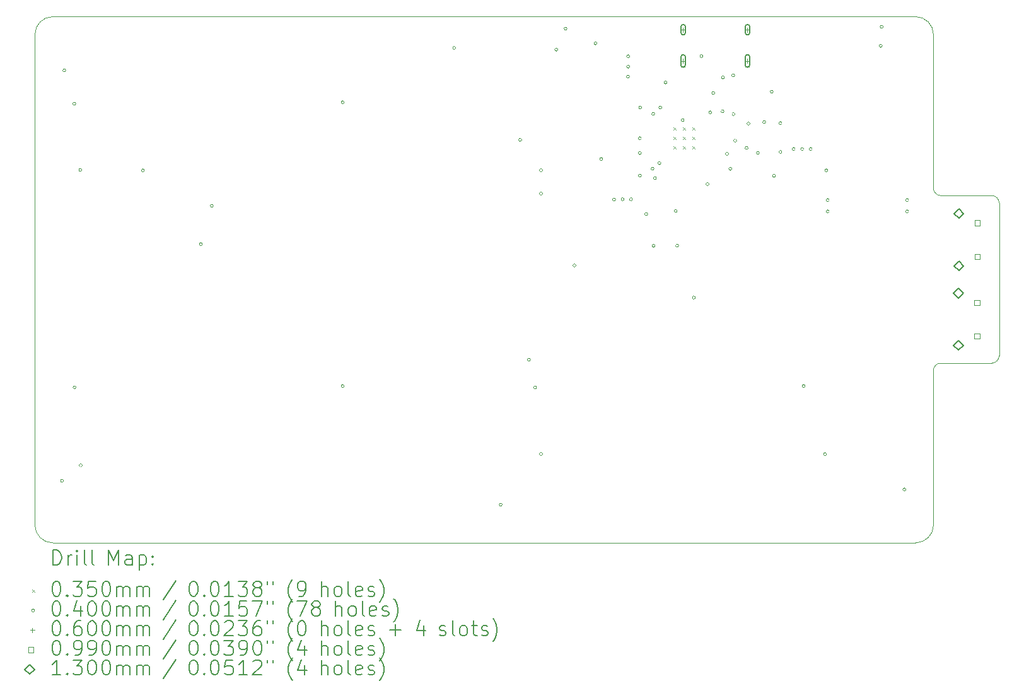
<source format=gbr>
%TF.GenerationSoftware,KiCad,Pcbnew,(7.0.0)*%
%TF.CreationDate,2023-03-23T02:06:22-06:00*%
%TF.ProjectId,PicoLX,5069636f-4c58-42e6-9b69-6361645f7063,rev?*%
%TF.SameCoordinates,Original*%
%TF.FileFunction,Drillmap*%
%TF.FilePolarity,Positive*%
%FSLAX45Y45*%
G04 Gerber Fmt 4.5, Leading zero omitted, Abs format (unit mm)*
G04 Created by KiCad (PCBNEW (7.0.0)) date 2023-03-23 02:06:22*
%MOMM*%
%LPD*%
G01*
G04 APERTURE LIST*
%ADD10C,0.100000*%
%ADD11C,0.200000*%
%ADD12C,0.035000*%
%ADD13C,0.040000*%
%ADD14C,0.060000*%
%ADD15C,0.099000*%
%ADD16C,0.130000*%
G04 APERTURE END LIST*
D10*
X21967500Y-10850000D02*
X21967935Y-12924358D01*
X21967500Y-8400000D02*
X21967935Y-6336233D01*
X21967500Y-8400000D02*
G75*
G03*
X22067500Y-8500000I100000J0D01*
G01*
X22067500Y-10750000D02*
G75*
G03*
X21967500Y-10850000I0J-100000D01*
G01*
X22750000Y-10750000D02*
G75*
G03*
X22850000Y-10650000I0J100000D01*
G01*
X22850000Y-8600000D02*
G75*
G03*
X22750000Y-8500000I-100000J0D01*
G01*
X22850000Y-10650000D02*
X22850000Y-8600000D01*
X22750000Y-10750000D02*
X22067500Y-10750000D01*
X22067500Y-8500000D02*
X22750000Y-8500000D01*
X21729810Y-13162485D02*
G75*
G03*
X21967935Y-12924358I-20J238145D01*
G01*
X9902927Y-12924358D02*
G75*
G03*
X10141060Y-13162483I238133J8D01*
G01*
X10141060Y-6098105D02*
G75*
G03*
X9902935Y-6336233I0J-238125D01*
G01*
X9902935Y-12924358D02*
X9902935Y-6336233D01*
X21967932Y-6336233D02*
G75*
G03*
X21729810Y-6098108I-238122J3D01*
G01*
X21729810Y-13162483D02*
X10141060Y-13162483D01*
X10141060Y-6098108D02*
X21729810Y-6098108D01*
D11*
D12*
X18475880Y-7582414D02*
X18510880Y-7617414D01*
X18510880Y-7582414D02*
X18475880Y-7617414D01*
X18475880Y-7709914D02*
X18510880Y-7744914D01*
X18510880Y-7709914D02*
X18475880Y-7744914D01*
X18475880Y-7837414D02*
X18510880Y-7872414D01*
X18510880Y-7837414D02*
X18475880Y-7872414D01*
X18603380Y-7582414D02*
X18638380Y-7617414D01*
X18638380Y-7582414D02*
X18603380Y-7617414D01*
X18603380Y-7709914D02*
X18638380Y-7744914D01*
X18638380Y-7709914D02*
X18603380Y-7744914D01*
X18603380Y-7837414D02*
X18638380Y-7872414D01*
X18638380Y-7837414D02*
X18603380Y-7872414D01*
X18730880Y-7582414D02*
X18765880Y-7617414D01*
X18765880Y-7582414D02*
X18730880Y-7617414D01*
X18730880Y-7709914D02*
X18765880Y-7744914D01*
X18765880Y-7709914D02*
X18730880Y-7744914D01*
X18730880Y-7837414D02*
X18765880Y-7872414D01*
X18765880Y-7837414D02*
X18730880Y-7872414D01*
D13*
X10286680Y-12329160D02*
G75*
G03*
X10286680Y-12329160I-20000J0D01*
G01*
X10317160Y-6819900D02*
G75*
G03*
X10317160Y-6819900I-20000J0D01*
G01*
X10451780Y-7266779D02*
G75*
G03*
X10451780Y-7266779I-20000J0D01*
G01*
X10454320Y-11074400D02*
G75*
G03*
X10454320Y-11074400I-20000J0D01*
G01*
X10533060Y-8155940D02*
G75*
G03*
X10533060Y-8155940I-20000J0D01*
G01*
X10538140Y-12120880D02*
G75*
G03*
X10538140Y-12120880I-20000J0D01*
G01*
X11373800Y-8161020D02*
G75*
G03*
X11373800Y-8161020I-20000J0D01*
G01*
X12151040Y-9151620D02*
G75*
G03*
X12151040Y-9151620I-20000J0D01*
G01*
X12298360Y-8636000D02*
G75*
G03*
X12298360Y-8636000I-20000J0D01*
G01*
X14053500Y-7246620D02*
G75*
G03*
X14053500Y-7246620I-20000J0D01*
G01*
X14053500Y-11056620D02*
G75*
G03*
X14053500Y-11056620I-20000J0D01*
G01*
X15552100Y-6517640D02*
G75*
G03*
X15552100Y-6517640I-20000J0D01*
G01*
X16177456Y-12649153D02*
G75*
G03*
X16177456Y-12649153I-20000J0D01*
G01*
X16438560Y-7752080D02*
G75*
G03*
X16438560Y-7752080I-20000J0D01*
G01*
X16555400Y-10703950D02*
G75*
G03*
X16555400Y-10703950I-20000J0D01*
G01*
X16639220Y-11076940D02*
G75*
G03*
X16639220Y-11076940I-20000J0D01*
G01*
X16717960Y-8160000D02*
G75*
G03*
X16717960Y-8160000I-20000J0D01*
G01*
X16717960Y-8473440D02*
G75*
G03*
X16717960Y-8473440I-20000J0D01*
G01*
X16717960Y-11971020D02*
G75*
G03*
X16717960Y-11971020I-20000J0D01*
G01*
X16923700Y-6540500D02*
G75*
G03*
X16923700Y-6540500I-20000J0D01*
G01*
X17048160Y-6258560D02*
G75*
G03*
X17048160Y-6258560I-20000J0D01*
G01*
X17167540Y-9438640D02*
G75*
G03*
X17167540Y-9438640I-20000J0D01*
G01*
X17449480Y-6456470D02*
G75*
G03*
X17449480Y-6456470I-20000J0D01*
G01*
X17528220Y-8008620D02*
G75*
G03*
X17528220Y-8008620I-20000J0D01*
G01*
X17698400Y-8552421D02*
G75*
G03*
X17698400Y-8552421I-20000J0D01*
G01*
X17813730Y-8549640D02*
G75*
G03*
X17813730Y-8549640I-20000J0D01*
G01*
X17886360Y-6904201D02*
G75*
G03*
X17886360Y-6904201I-20000J0D01*
G01*
X17888900Y-6629400D02*
G75*
G03*
X17888900Y-6629400I-20000J0D01*
G01*
X17888900Y-6769100D02*
G75*
G03*
X17888900Y-6769100I-20000J0D01*
G01*
X17927000Y-8549640D02*
G75*
G03*
X17927000Y-8549640I-20000J0D01*
G01*
X18045890Y-7729220D02*
G75*
G03*
X18045890Y-7729220I-20000J0D01*
G01*
X18045890Y-7929880D02*
G75*
G03*
X18045890Y-7929880I-20000J0D01*
G01*
X18045890Y-8232140D02*
G75*
G03*
X18045890Y-8232140I-20000J0D01*
G01*
X18051460Y-7317740D02*
G75*
G03*
X18051460Y-7317740I-20000J0D01*
G01*
X18130840Y-8747760D02*
G75*
G03*
X18130840Y-8747760I-20000J0D01*
G01*
X18216126Y-8140700D02*
G75*
G03*
X18216126Y-8140700I-20000J0D01*
G01*
X18224953Y-7403327D02*
G75*
G03*
X18224953Y-7403327I-20000J0D01*
G01*
X18229260Y-9174480D02*
G75*
G03*
X18229260Y-9174480I-20000J0D01*
G01*
X18247680Y-8265160D02*
G75*
G03*
X18247680Y-8265160I-20000J0D01*
G01*
X18308000Y-8064500D02*
G75*
G03*
X18308000Y-8064500I-20000J0D01*
G01*
X18320700Y-7317740D02*
G75*
G03*
X18320700Y-7317740I-20000J0D01*
G01*
X18389849Y-6980427D02*
G75*
G03*
X18389849Y-6980427I-20000J0D01*
G01*
X18526440Y-8707120D02*
G75*
G03*
X18526440Y-8707120I-20000J0D01*
G01*
X18546760Y-9171940D02*
G75*
G03*
X18546760Y-9171940I-20000J0D01*
G01*
X18620420Y-7487920D02*
G75*
G03*
X18620420Y-7487920I-20000J0D01*
G01*
X18770280Y-9870440D02*
G75*
G03*
X18770280Y-9870440I-20000J0D01*
G01*
X18872520Y-6627594D02*
G75*
G03*
X18872520Y-6627594I-20000J0D01*
G01*
X18953160Y-8346440D02*
G75*
G03*
X18953160Y-8346440I-20000J0D01*
G01*
X18991260Y-7383664D02*
G75*
G03*
X18991260Y-7383664I-20000J0D01*
G01*
X19031900Y-7121564D02*
G75*
G03*
X19031900Y-7121564I-20000J0D01*
G01*
X19156360Y-7368540D02*
G75*
G03*
X19156360Y-7368540I-20000J0D01*
G01*
X19161440Y-6913880D02*
G75*
G03*
X19161440Y-6913880I-20000J0D01*
G01*
X19215330Y-7940040D02*
G75*
G03*
X19215330Y-7940040I-20000J0D01*
G01*
X19260500Y-8140700D02*
G75*
G03*
X19260500Y-8140700I-20000J0D01*
G01*
X19299240Y-6884134D02*
G75*
G03*
X19299240Y-6884134I-20000J0D01*
G01*
X19302472Y-7405493D02*
G75*
G03*
X19302472Y-7405493I-20000J0D01*
G01*
X19325012Y-7762988D02*
G75*
G03*
X19325012Y-7762988I-20000J0D01*
G01*
X19478893Y-7861091D02*
G75*
G03*
X19478893Y-7861091I-20000J0D01*
G01*
X19504340Y-7534190D02*
G75*
G03*
X19504340Y-7534190I-20000J0D01*
G01*
X19631340Y-7926741D02*
G75*
G03*
X19631340Y-7926741I-20000J0D01*
G01*
X19715160Y-7513320D02*
G75*
G03*
X19715160Y-7513320I-20000J0D01*
G01*
X19816760Y-7104380D02*
G75*
G03*
X19816760Y-7104380I-20000J0D01*
G01*
X19847240Y-8234680D02*
G75*
G03*
X19847240Y-8234680I-20000J0D01*
G01*
X19934000Y-7526020D02*
G75*
G03*
X19934000Y-7526020I-20000J0D01*
G01*
X19934000Y-7915000D02*
G75*
G03*
X19934000Y-7915000I-20000J0D01*
G01*
X20111400Y-7874000D02*
G75*
G03*
X20111400Y-7874000I-20000J0D01*
G01*
X20224980Y-7874000D02*
G75*
G03*
X20224980Y-7874000I-20000J0D01*
G01*
X20246020Y-11056620D02*
G75*
G03*
X20246020Y-11056620I-20000J0D01*
G01*
X20340000Y-7874000D02*
G75*
G03*
X20340000Y-7874000I-20000J0D01*
G01*
X20530500Y-11971020D02*
G75*
G03*
X20530500Y-11971020I-20000J0D01*
G01*
X20550820Y-8161020D02*
G75*
G03*
X20550820Y-8161020I-20000J0D01*
G01*
X20568600Y-8559800D02*
G75*
G03*
X20568600Y-8559800I-20000J0D01*
G01*
X20568600Y-8712200D02*
G75*
G03*
X20568600Y-8712200I-20000J0D01*
G01*
X21279800Y-6489700D02*
G75*
G03*
X21279800Y-6489700I-20000J0D01*
G01*
X21292500Y-6233160D02*
G75*
G03*
X21292500Y-6233160I-20000J0D01*
G01*
X21597300Y-12446000D02*
G75*
G03*
X21597300Y-12446000I-20000J0D01*
G01*
X21635400Y-8559800D02*
G75*
G03*
X21635400Y-8559800I-20000J0D01*
G01*
X21635400Y-8712200D02*
G75*
G03*
X21635400Y-8712200I-20000J0D01*
G01*
D14*
X18606680Y-6243054D02*
X18606680Y-6303054D01*
X18576680Y-6273054D02*
X18636680Y-6273054D01*
D11*
X18576680Y-6233054D02*
X18576680Y-6313054D01*
X18576680Y-6313054D02*
G75*
G03*
X18636680Y-6313054I30000J0D01*
G01*
X18636680Y-6313054D02*
X18636680Y-6233054D01*
X18636680Y-6233054D02*
G75*
G03*
X18576680Y-6233054I-30000J0D01*
G01*
D14*
X18606680Y-6663054D02*
X18606680Y-6723054D01*
X18576680Y-6693054D02*
X18636680Y-6693054D01*
D11*
X18576680Y-6638054D02*
X18576680Y-6748054D01*
X18576680Y-6748054D02*
G75*
G03*
X18636680Y-6748054I30000J0D01*
G01*
X18636680Y-6748054D02*
X18636680Y-6638054D01*
X18636680Y-6638054D02*
G75*
G03*
X18576680Y-6638054I-30000J0D01*
G01*
D14*
X19470680Y-6243054D02*
X19470680Y-6303054D01*
X19440680Y-6273054D02*
X19500680Y-6273054D01*
D11*
X19440680Y-6233054D02*
X19440680Y-6313054D01*
X19440680Y-6313054D02*
G75*
G03*
X19500680Y-6313054I30000J0D01*
G01*
X19500680Y-6313054D02*
X19500680Y-6233054D01*
X19500680Y-6233054D02*
G75*
G03*
X19440680Y-6233054I-30000J0D01*
G01*
D14*
X19470680Y-6663054D02*
X19470680Y-6723054D01*
X19440680Y-6693054D02*
X19500680Y-6693054D01*
D11*
X19440680Y-6638054D02*
X19440680Y-6748054D01*
X19440680Y-6748054D02*
G75*
G03*
X19500680Y-6748054I30000J0D01*
G01*
X19500680Y-6748054D02*
X19500680Y-6638054D01*
X19500680Y-6638054D02*
G75*
G03*
X19440680Y-6638054I-30000J0D01*
G01*
D15*
X22587752Y-9970002D02*
X22587752Y-9899998D01*
X22517748Y-9899998D01*
X22517748Y-9970002D01*
X22587752Y-9970002D01*
X22587752Y-10420002D02*
X22587752Y-10349998D01*
X22517748Y-10349998D01*
X22517748Y-10420002D01*
X22587752Y-10420002D01*
X22593752Y-8902502D02*
X22593752Y-8832498D01*
X22523748Y-8832498D01*
X22523748Y-8902502D01*
X22593752Y-8902502D01*
X22593752Y-9352502D02*
X22593752Y-9282498D01*
X22523748Y-9282498D01*
X22523748Y-9352502D01*
X22593752Y-9352502D01*
D16*
X22303750Y-9875000D02*
X22368750Y-9810000D01*
X22303750Y-9745000D01*
X22238750Y-9810000D01*
X22303750Y-9875000D01*
X22303750Y-10576000D02*
X22368750Y-10511000D01*
X22303750Y-10446000D01*
X22238750Y-10511000D01*
X22303750Y-10576000D01*
X22309750Y-8807500D02*
X22374750Y-8742500D01*
X22309750Y-8677500D01*
X22244750Y-8742500D01*
X22309750Y-8807500D01*
X22309750Y-9508500D02*
X22374750Y-9443500D01*
X22309750Y-9378500D01*
X22244750Y-9443500D01*
X22309750Y-9508500D01*
D11*
X10145554Y-13460959D02*
X10145554Y-13260959D01*
X10145554Y-13260959D02*
X10193173Y-13260959D01*
X10193173Y-13260959D02*
X10221745Y-13270483D01*
X10221745Y-13270483D02*
X10240792Y-13289531D01*
X10240792Y-13289531D02*
X10250316Y-13308579D01*
X10250316Y-13308579D02*
X10259840Y-13346674D01*
X10259840Y-13346674D02*
X10259840Y-13375245D01*
X10259840Y-13375245D02*
X10250316Y-13413340D01*
X10250316Y-13413340D02*
X10240792Y-13432388D01*
X10240792Y-13432388D02*
X10221745Y-13451436D01*
X10221745Y-13451436D02*
X10193173Y-13460959D01*
X10193173Y-13460959D02*
X10145554Y-13460959D01*
X10345554Y-13460959D02*
X10345554Y-13327626D01*
X10345554Y-13365721D02*
X10355078Y-13346674D01*
X10355078Y-13346674D02*
X10364602Y-13337150D01*
X10364602Y-13337150D02*
X10383649Y-13327626D01*
X10383649Y-13327626D02*
X10402697Y-13327626D01*
X10469364Y-13460959D02*
X10469364Y-13327626D01*
X10469364Y-13260959D02*
X10459840Y-13270483D01*
X10459840Y-13270483D02*
X10469364Y-13280007D01*
X10469364Y-13280007D02*
X10478888Y-13270483D01*
X10478888Y-13270483D02*
X10469364Y-13260959D01*
X10469364Y-13260959D02*
X10469364Y-13280007D01*
X10593173Y-13460959D02*
X10574126Y-13451436D01*
X10574126Y-13451436D02*
X10564602Y-13432388D01*
X10564602Y-13432388D02*
X10564602Y-13260959D01*
X10697935Y-13460959D02*
X10678888Y-13451436D01*
X10678888Y-13451436D02*
X10669364Y-13432388D01*
X10669364Y-13432388D02*
X10669364Y-13260959D01*
X10894126Y-13460959D02*
X10894126Y-13260959D01*
X10894126Y-13260959D02*
X10960792Y-13403817D01*
X10960792Y-13403817D02*
X11027459Y-13260959D01*
X11027459Y-13260959D02*
X11027459Y-13460959D01*
X11208411Y-13460959D02*
X11208411Y-13356198D01*
X11208411Y-13356198D02*
X11198887Y-13337150D01*
X11198887Y-13337150D02*
X11179840Y-13327626D01*
X11179840Y-13327626D02*
X11141745Y-13327626D01*
X11141745Y-13327626D02*
X11122697Y-13337150D01*
X11208411Y-13451436D02*
X11189364Y-13460959D01*
X11189364Y-13460959D02*
X11141745Y-13460959D01*
X11141745Y-13460959D02*
X11122697Y-13451436D01*
X11122697Y-13451436D02*
X11113173Y-13432388D01*
X11113173Y-13432388D02*
X11113173Y-13413340D01*
X11113173Y-13413340D02*
X11122697Y-13394293D01*
X11122697Y-13394293D02*
X11141745Y-13384769D01*
X11141745Y-13384769D02*
X11189364Y-13384769D01*
X11189364Y-13384769D02*
X11208411Y-13375245D01*
X11303649Y-13327626D02*
X11303649Y-13527626D01*
X11303649Y-13337150D02*
X11322697Y-13327626D01*
X11322697Y-13327626D02*
X11360792Y-13327626D01*
X11360792Y-13327626D02*
X11379840Y-13337150D01*
X11379840Y-13337150D02*
X11389364Y-13346674D01*
X11389364Y-13346674D02*
X11398887Y-13365721D01*
X11398887Y-13365721D02*
X11398887Y-13422864D01*
X11398887Y-13422864D02*
X11389364Y-13441912D01*
X11389364Y-13441912D02*
X11379840Y-13451436D01*
X11379840Y-13451436D02*
X11360792Y-13460959D01*
X11360792Y-13460959D02*
X11322697Y-13460959D01*
X11322697Y-13460959D02*
X11303649Y-13451436D01*
X11484602Y-13441912D02*
X11494126Y-13451436D01*
X11494126Y-13451436D02*
X11484602Y-13460959D01*
X11484602Y-13460959D02*
X11475078Y-13451436D01*
X11475078Y-13451436D02*
X11484602Y-13441912D01*
X11484602Y-13441912D02*
X11484602Y-13460959D01*
X11484602Y-13337150D02*
X11494126Y-13346674D01*
X11494126Y-13346674D02*
X11484602Y-13356198D01*
X11484602Y-13356198D02*
X11475078Y-13346674D01*
X11475078Y-13346674D02*
X11484602Y-13337150D01*
X11484602Y-13337150D02*
X11484602Y-13356198D01*
D12*
X9862935Y-13789983D02*
X9897935Y-13824983D01*
X9897935Y-13789983D02*
X9862935Y-13824983D01*
D11*
X10183649Y-13680959D02*
X10202697Y-13680959D01*
X10202697Y-13680959D02*
X10221745Y-13690483D01*
X10221745Y-13690483D02*
X10231269Y-13700007D01*
X10231269Y-13700007D02*
X10240792Y-13719055D01*
X10240792Y-13719055D02*
X10250316Y-13757150D01*
X10250316Y-13757150D02*
X10250316Y-13804769D01*
X10250316Y-13804769D02*
X10240792Y-13842864D01*
X10240792Y-13842864D02*
X10231269Y-13861912D01*
X10231269Y-13861912D02*
X10221745Y-13871436D01*
X10221745Y-13871436D02*
X10202697Y-13880959D01*
X10202697Y-13880959D02*
X10183649Y-13880959D01*
X10183649Y-13880959D02*
X10164602Y-13871436D01*
X10164602Y-13871436D02*
X10155078Y-13861912D01*
X10155078Y-13861912D02*
X10145554Y-13842864D01*
X10145554Y-13842864D02*
X10136030Y-13804769D01*
X10136030Y-13804769D02*
X10136030Y-13757150D01*
X10136030Y-13757150D02*
X10145554Y-13719055D01*
X10145554Y-13719055D02*
X10155078Y-13700007D01*
X10155078Y-13700007D02*
X10164602Y-13690483D01*
X10164602Y-13690483D02*
X10183649Y-13680959D01*
X10336030Y-13861912D02*
X10345554Y-13871436D01*
X10345554Y-13871436D02*
X10336030Y-13880959D01*
X10336030Y-13880959D02*
X10326507Y-13871436D01*
X10326507Y-13871436D02*
X10336030Y-13861912D01*
X10336030Y-13861912D02*
X10336030Y-13880959D01*
X10412221Y-13680959D02*
X10536030Y-13680959D01*
X10536030Y-13680959D02*
X10469364Y-13757150D01*
X10469364Y-13757150D02*
X10497935Y-13757150D01*
X10497935Y-13757150D02*
X10516983Y-13766674D01*
X10516983Y-13766674D02*
X10526507Y-13776198D01*
X10526507Y-13776198D02*
X10536030Y-13795245D01*
X10536030Y-13795245D02*
X10536030Y-13842864D01*
X10536030Y-13842864D02*
X10526507Y-13861912D01*
X10526507Y-13861912D02*
X10516983Y-13871436D01*
X10516983Y-13871436D02*
X10497935Y-13880959D01*
X10497935Y-13880959D02*
X10440792Y-13880959D01*
X10440792Y-13880959D02*
X10421745Y-13871436D01*
X10421745Y-13871436D02*
X10412221Y-13861912D01*
X10716983Y-13680959D02*
X10621745Y-13680959D01*
X10621745Y-13680959D02*
X10612221Y-13776198D01*
X10612221Y-13776198D02*
X10621745Y-13766674D01*
X10621745Y-13766674D02*
X10640792Y-13757150D01*
X10640792Y-13757150D02*
X10688411Y-13757150D01*
X10688411Y-13757150D02*
X10707459Y-13766674D01*
X10707459Y-13766674D02*
X10716983Y-13776198D01*
X10716983Y-13776198D02*
X10726507Y-13795245D01*
X10726507Y-13795245D02*
X10726507Y-13842864D01*
X10726507Y-13842864D02*
X10716983Y-13861912D01*
X10716983Y-13861912D02*
X10707459Y-13871436D01*
X10707459Y-13871436D02*
X10688411Y-13880959D01*
X10688411Y-13880959D02*
X10640792Y-13880959D01*
X10640792Y-13880959D02*
X10621745Y-13871436D01*
X10621745Y-13871436D02*
X10612221Y-13861912D01*
X10850316Y-13680959D02*
X10869364Y-13680959D01*
X10869364Y-13680959D02*
X10888411Y-13690483D01*
X10888411Y-13690483D02*
X10897935Y-13700007D01*
X10897935Y-13700007D02*
X10907459Y-13719055D01*
X10907459Y-13719055D02*
X10916983Y-13757150D01*
X10916983Y-13757150D02*
X10916983Y-13804769D01*
X10916983Y-13804769D02*
X10907459Y-13842864D01*
X10907459Y-13842864D02*
X10897935Y-13861912D01*
X10897935Y-13861912D02*
X10888411Y-13871436D01*
X10888411Y-13871436D02*
X10869364Y-13880959D01*
X10869364Y-13880959D02*
X10850316Y-13880959D01*
X10850316Y-13880959D02*
X10831269Y-13871436D01*
X10831269Y-13871436D02*
X10821745Y-13861912D01*
X10821745Y-13861912D02*
X10812221Y-13842864D01*
X10812221Y-13842864D02*
X10802697Y-13804769D01*
X10802697Y-13804769D02*
X10802697Y-13757150D01*
X10802697Y-13757150D02*
X10812221Y-13719055D01*
X10812221Y-13719055D02*
X10821745Y-13700007D01*
X10821745Y-13700007D02*
X10831269Y-13690483D01*
X10831269Y-13690483D02*
X10850316Y-13680959D01*
X11002697Y-13880959D02*
X11002697Y-13747626D01*
X11002697Y-13766674D02*
X11012221Y-13757150D01*
X11012221Y-13757150D02*
X11031269Y-13747626D01*
X11031269Y-13747626D02*
X11059840Y-13747626D01*
X11059840Y-13747626D02*
X11078888Y-13757150D01*
X11078888Y-13757150D02*
X11088411Y-13776198D01*
X11088411Y-13776198D02*
X11088411Y-13880959D01*
X11088411Y-13776198D02*
X11097935Y-13757150D01*
X11097935Y-13757150D02*
X11116983Y-13747626D01*
X11116983Y-13747626D02*
X11145554Y-13747626D01*
X11145554Y-13747626D02*
X11164602Y-13757150D01*
X11164602Y-13757150D02*
X11174126Y-13776198D01*
X11174126Y-13776198D02*
X11174126Y-13880959D01*
X11269364Y-13880959D02*
X11269364Y-13747626D01*
X11269364Y-13766674D02*
X11278888Y-13757150D01*
X11278888Y-13757150D02*
X11297935Y-13747626D01*
X11297935Y-13747626D02*
X11326507Y-13747626D01*
X11326507Y-13747626D02*
X11345554Y-13757150D01*
X11345554Y-13757150D02*
X11355078Y-13776198D01*
X11355078Y-13776198D02*
X11355078Y-13880959D01*
X11355078Y-13776198D02*
X11364602Y-13757150D01*
X11364602Y-13757150D02*
X11383649Y-13747626D01*
X11383649Y-13747626D02*
X11412221Y-13747626D01*
X11412221Y-13747626D02*
X11431269Y-13757150D01*
X11431269Y-13757150D02*
X11440792Y-13776198D01*
X11440792Y-13776198D02*
X11440792Y-13880959D01*
X11798888Y-13671436D02*
X11627459Y-13928579D01*
X12023649Y-13680959D02*
X12042697Y-13680959D01*
X12042697Y-13680959D02*
X12061745Y-13690483D01*
X12061745Y-13690483D02*
X12071269Y-13700007D01*
X12071269Y-13700007D02*
X12080792Y-13719055D01*
X12080792Y-13719055D02*
X12090316Y-13757150D01*
X12090316Y-13757150D02*
X12090316Y-13804769D01*
X12090316Y-13804769D02*
X12080792Y-13842864D01*
X12080792Y-13842864D02*
X12071269Y-13861912D01*
X12071269Y-13861912D02*
X12061745Y-13871436D01*
X12061745Y-13871436D02*
X12042697Y-13880959D01*
X12042697Y-13880959D02*
X12023649Y-13880959D01*
X12023649Y-13880959D02*
X12004602Y-13871436D01*
X12004602Y-13871436D02*
X11995078Y-13861912D01*
X11995078Y-13861912D02*
X11985554Y-13842864D01*
X11985554Y-13842864D02*
X11976030Y-13804769D01*
X11976030Y-13804769D02*
X11976030Y-13757150D01*
X11976030Y-13757150D02*
X11985554Y-13719055D01*
X11985554Y-13719055D02*
X11995078Y-13700007D01*
X11995078Y-13700007D02*
X12004602Y-13690483D01*
X12004602Y-13690483D02*
X12023649Y-13680959D01*
X12176030Y-13861912D02*
X12185554Y-13871436D01*
X12185554Y-13871436D02*
X12176030Y-13880959D01*
X12176030Y-13880959D02*
X12166507Y-13871436D01*
X12166507Y-13871436D02*
X12176030Y-13861912D01*
X12176030Y-13861912D02*
X12176030Y-13880959D01*
X12309364Y-13680959D02*
X12328411Y-13680959D01*
X12328411Y-13680959D02*
X12347459Y-13690483D01*
X12347459Y-13690483D02*
X12356983Y-13700007D01*
X12356983Y-13700007D02*
X12366507Y-13719055D01*
X12366507Y-13719055D02*
X12376030Y-13757150D01*
X12376030Y-13757150D02*
X12376030Y-13804769D01*
X12376030Y-13804769D02*
X12366507Y-13842864D01*
X12366507Y-13842864D02*
X12356983Y-13861912D01*
X12356983Y-13861912D02*
X12347459Y-13871436D01*
X12347459Y-13871436D02*
X12328411Y-13880959D01*
X12328411Y-13880959D02*
X12309364Y-13880959D01*
X12309364Y-13880959D02*
X12290316Y-13871436D01*
X12290316Y-13871436D02*
X12280792Y-13861912D01*
X12280792Y-13861912D02*
X12271269Y-13842864D01*
X12271269Y-13842864D02*
X12261745Y-13804769D01*
X12261745Y-13804769D02*
X12261745Y-13757150D01*
X12261745Y-13757150D02*
X12271269Y-13719055D01*
X12271269Y-13719055D02*
X12280792Y-13700007D01*
X12280792Y-13700007D02*
X12290316Y-13690483D01*
X12290316Y-13690483D02*
X12309364Y-13680959D01*
X12566507Y-13880959D02*
X12452221Y-13880959D01*
X12509364Y-13880959D02*
X12509364Y-13680959D01*
X12509364Y-13680959D02*
X12490316Y-13709531D01*
X12490316Y-13709531D02*
X12471269Y-13728579D01*
X12471269Y-13728579D02*
X12452221Y-13738102D01*
X12633173Y-13680959D02*
X12756983Y-13680959D01*
X12756983Y-13680959D02*
X12690316Y-13757150D01*
X12690316Y-13757150D02*
X12718888Y-13757150D01*
X12718888Y-13757150D02*
X12737935Y-13766674D01*
X12737935Y-13766674D02*
X12747459Y-13776198D01*
X12747459Y-13776198D02*
X12756983Y-13795245D01*
X12756983Y-13795245D02*
X12756983Y-13842864D01*
X12756983Y-13842864D02*
X12747459Y-13861912D01*
X12747459Y-13861912D02*
X12737935Y-13871436D01*
X12737935Y-13871436D02*
X12718888Y-13880959D01*
X12718888Y-13880959D02*
X12661745Y-13880959D01*
X12661745Y-13880959D02*
X12642697Y-13871436D01*
X12642697Y-13871436D02*
X12633173Y-13861912D01*
X12871269Y-13766674D02*
X12852221Y-13757150D01*
X12852221Y-13757150D02*
X12842697Y-13747626D01*
X12842697Y-13747626D02*
X12833173Y-13728579D01*
X12833173Y-13728579D02*
X12833173Y-13719055D01*
X12833173Y-13719055D02*
X12842697Y-13700007D01*
X12842697Y-13700007D02*
X12852221Y-13690483D01*
X12852221Y-13690483D02*
X12871269Y-13680959D01*
X12871269Y-13680959D02*
X12909364Y-13680959D01*
X12909364Y-13680959D02*
X12928411Y-13690483D01*
X12928411Y-13690483D02*
X12937935Y-13700007D01*
X12937935Y-13700007D02*
X12947459Y-13719055D01*
X12947459Y-13719055D02*
X12947459Y-13728579D01*
X12947459Y-13728579D02*
X12937935Y-13747626D01*
X12937935Y-13747626D02*
X12928411Y-13757150D01*
X12928411Y-13757150D02*
X12909364Y-13766674D01*
X12909364Y-13766674D02*
X12871269Y-13766674D01*
X12871269Y-13766674D02*
X12852221Y-13776198D01*
X12852221Y-13776198D02*
X12842697Y-13785721D01*
X12842697Y-13785721D02*
X12833173Y-13804769D01*
X12833173Y-13804769D02*
X12833173Y-13842864D01*
X12833173Y-13842864D02*
X12842697Y-13861912D01*
X12842697Y-13861912D02*
X12852221Y-13871436D01*
X12852221Y-13871436D02*
X12871269Y-13880959D01*
X12871269Y-13880959D02*
X12909364Y-13880959D01*
X12909364Y-13880959D02*
X12928411Y-13871436D01*
X12928411Y-13871436D02*
X12937935Y-13861912D01*
X12937935Y-13861912D02*
X12947459Y-13842864D01*
X12947459Y-13842864D02*
X12947459Y-13804769D01*
X12947459Y-13804769D02*
X12937935Y-13785721D01*
X12937935Y-13785721D02*
X12928411Y-13776198D01*
X12928411Y-13776198D02*
X12909364Y-13766674D01*
X13023650Y-13680959D02*
X13023650Y-13719055D01*
X13099840Y-13680959D02*
X13099840Y-13719055D01*
X13362697Y-13957150D02*
X13353173Y-13947626D01*
X13353173Y-13947626D02*
X13334126Y-13919055D01*
X13334126Y-13919055D02*
X13324602Y-13900007D01*
X13324602Y-13900007D02*
X13315078Y-13871436D01*
X13315078Y-13871436D02*
X13305554Y-13823817D01*
X13305554Y-13823817D02*
X13305554Y-13785721D01*
X13305554Y-13785721D02*
X13315078Y-13738102D01*
X13315078Y-13738102D02*
X13324602Y-13709531D01*
X13324602Y-13709531D02*
X13334126Y-13690483D01*
X13334126Y-13690483D02*
X13353173Y-13661912D01*
X13353173Y-13661912D02*
X13362697Y-13652388D01*
X13448411Y-13880959D02*
X13486507Y-13880959D01*
X13486507Y-13880959D02*
X13505554Y-13871436D01*
X13505554Y-13871436D02*
X13515078Y-13861912D01*
X13515078Y-13861912D02*
X13534126Y-13833340D01*
X13534126Y-13833340D02*
X13543650Y-13795245D01*
X13543650Y-13795245D02*
X13543650Y-13719055D01*
X13543650Y-13719055D02*
X13534126Y-13700007D01*
X13534126Y-13700007D02*
X13524602Y-13690483D01*
X13524602Y-13690483D02*
X13505554Y-13680959D01*
X13505554Y-13680959D02*
X13467459Y-13680959D01*
X13467459Y-13680959D02*
X13448411Y-13690483D01*
X13448411Y-13690483D02*
X13438888Y-13700007D01*
X13438888Y-13700007D02*
X13429364Y-13719055D01*
X13429364Y-13719055D02*
X13429364Y-13766674D01*
X13429364Y-13766674D02*
X13438888Y-13785721D01*
X13438888Y-13785721D02*
X13448411Y-13795245D01*
X13448411Y-13795245D02*
X13467459Y-13804769D01*
X13467459Y-13804769D02*
X13505554Y-13804769D01*
X13505554Y-13804769D02*
X13524602Y-13795245D01*
X13524602Y-13795245D02*
X13534126Y-13785721D01*
X13534126Y-13785721D02*
X13543650Y-13766674D01*
X13749364Y-13880959D02*
X13749364Y-13680959D01*
X13835078Y-13880959D02*
X13835078Y-13776198D01*
X13835078Y-13776198D02*
X13825554Y-13757150D01*
X13825554Y-13757150D02*
X13806507Y-13747626D01*
X13806507Y-13747626D02*
X13777935Y-13747626D01*
X13777935Y-13747626D02*
X13758888Y-13757150D01*
X13758888Y-13757150D02*
X13749364Y-13766674D01*
X13958888Y-13880959D02*
X13939840Y-13871436D01*
X13939840Y-13871436D02*
X13930316Y-13861912D01*
X13930316Y-13861912D02*
X13920792Y-13842864D01*
X13920792Y-13842864D02*
X13920792Y-13785721D01*
X13920792Y-13785721D02*
X13930316Y-13766674D01*
X13930316Y-13766674D02*
X13939840Y-13757150D01*
X13939840Y-13757150D02*
X13958888Y-13747626D01*
X13958888Y-13747626D02*
X13987459Y-13747626D01*
X13987459Y-13747626D02*
X14006507Y-13757150D01*
X14006507Y-13757150D02*
X14016031Y-13766674D01*
X14016031Y-13766674D02*
X14025554Y-13785721D01*
X14025554Y-13785721D02*
X14025554Y-13842864D01*
X14025554Y-13842864D02*
X14016031Y-13861912D01*
X14016031Y-13861912D02*
X14006507Y-13871436D01*
X14006507Y-13871436D02*
X13987459Y-13880959D01*
X13987459Y-13880959D02*
X13958888Y-13880959D01*
X14139840Y-13880959D02*
X14120792Y-13871436D01*
X14120792Y-13871436D02*
X14111269Y-13852388D01*
X14111269Y-13852388D02*
X14111269Y-13680959D01*
X14292221Y-13871436D02*
X14273173Y-13880959D01*
X14273173Y-13880959D02*
X14235078Y-13880959D01*
X14235078Y-13880959D02*
X14216031Y-13871436D01*
X14216031Y-13871436D02*
X14206507Y-13852388D01*
X14206507Y-13852388D02*
X14206507Y-13776198D01*
X14206507Y-13776198D02*
X14216031Y-13757150D01*
X14216031Y-13757150D02*
X14235078Y-13747626D01*
X14235078Y-13747626D02*
X14273173Y-13747626D01*
X14273173Y-13747626D02*
X14292221Y-13757150D01*
X14292221Y-13757150D02*
X14301745Y-13776198D01*
X14301745Y-13776198D02*
X14301745Y-13795245D01*
X14301745Y-13795245D02*
X14206507Y-13814293D01*
X14377935Y-13871436D02*
X14396983Y-13880959D01*
X14396983Y-13880959D02*
X14435078Y-13880959D01*
X14435078Y-13880959D02*
X14454126Y-13871436D01*
X14454126Y-13871436D02*
X14463650Y-13852388D01*
X14463650Y-13852388D02*
X14463650Y-13842864D01*
X14463650Y-13842864D02*
X14454126Y-13823817D01*
X14454126Y-13823817D02*
X14435078Y-13814293D01*
X14435078Y-13814293D02*
X14406507Y-13814293D01*
X14406507Y-13814293D02*
X14387459Y-13804769D01*
X14387459Y-13804769D02*
X14377935Y-13785721D01*
X14377935Y-13785721D02*
X14377935Y-13776198D01*
X14377935Y-13776198D02*
X14387459Y-13757150D01*
X14387459Y-13757150D02*
X14406507Y-13747626D01*
X14406507Y-13747626D02*
X14435078Y-13747626D01*
X14435078Y-13747626D02*
X14454126Y-13757150D01*
X14530316Y-13957150D02*
X14539840Y-13947626D01*
X14539840Y-13947626D02*
X14558888Y-13919055D01*
X14558888Y-13919055D02*
X14568412Y-13900007D01*
X14568412Y-13900007D02*
X14577935Y-13871436D01*
X14577935Y-13871436D02*
X14587459Y-13823817D01*
X14587459Y-13823817D02*
X14587459Y-13785721D01*
X14587459Y-13785721D02*
X14577935Y-13738102D01*
X14577935Y-13738102D02*
X14568412Y-13709531D01*
X14568412Y-13709531D02*
X14558888Y-13690483D01*
X14558888Y-13690483D02*
X14539840Y-13661912D01*
X14539840Y-13661912D02*
X14530316Y-13652388D01*
D13*
X9897935Y-14071483D02*
G75*
G03*
X9897935Y-14071483I-20000J0D01*
G01*
D11*
X10183649Y-13944959D02*
X10202697Y-13944959D01*
X10202697Y-13944959D02*
X10221745Y-13954483D01*
X10221745Y-13954483D02*
X10231269Y-13964007D01*
X10231269Y-13964007D02*
X10240792Y-13983055D01*
X10240792Y-13983055D02*
X10250316Y-14021150D01*
X10250316Y-14021150D02*
X10250316Y-14068769D01*
X10250316Y-14068769D02*
X10240792Y-14106864D01*
X10240792Y-14106864D02*
X10231269Y-14125912D01*
X10231269Y-14125912D02*
X10221745Y-14135436D01*
X10221745Y-14135436D02*
X10202697Y-14144959D01*
X10202697Y-14144959D02*
X10183649Y-14144959D01*
X10183649Y-14144959D02*
X10164602Y-14135436D01*
X10164602Y-14135436D02*
X10155078Y-14125912D01*
X10155078Y-14125912D02*
X10145554Y-14106864D01*
X10145554Y-14106864D02*
X10136030Y-14068769D01*
X10136030Y-14068769D02*
X10136030Y-14021150D01*
X10136030Y-14021150D02*
X10145554Y-13983055D01*
X10145554Y-13983055D02*
X10155078Y-13964007D01*
X10155078Y-13964007D02*
X10164602Y-13954483D01*
X10164602Y-13954483D02*
X10183649Y-13944959D01*
X10336030Y-14125912D02*
X10345554Y-14135436D01*
X10345554Y-14135436D02*
X10336030Y-14144959D01*
X10336030Y-14144959D02*
X10326507Y-14135436D01*
X10326507Y-14135436D02*
X10336030Y-14125912D01*
X10336030Y-14125912D02*
X10336030Y-14144959D01*
X10516983Y-14011626D02*
X10516983Y-14144959D01*
X10469364Y-13935436D02*
X10421745Y-14078293D01*
X10421745Y-14078293D02*
X10545554Y-14078293D01*
X10659840Y-13944959D02*
X10678888Y-13944959D01*
X10678888Y-13944959D02*
X10697935Y-13954483D01*
X10697935Y-13954483D02*
X10707459Y-13964007D01*
X10707459Y-13964007D02*
X10716983Y-13983055D01*
X10716983Y-13983055D02*
X10726507Y-14021150D01*
X10726507Y-14021150D02*
X10726507Y-14068769D01*
X10726507Y-14068769D02*
X10716983Y-14106864D01*
X10716983Y-14106864D02*
X10707459Y-14125912D01*
X10707459Y-14125912D02*
X10697935Y-14135436D01*
X10697935Y-14135436D02*
X10678888Y-14144959D01*
X10678888Y-14144959D02*
X10659840Y-14144959D01*
X10659840Y-14144959D02*
X10640792Y-14135436D01*
X10640792Y-14135436D02*
X10631269Y-14125912D01*
X10631269Y-14125912D02*
X10621745Y-14106864D01*
X10621745Y-14106864D02*
X10612221Y-14068769D01*
X10612221Y-14068769D02*
X10612221Y-14021150D01*
X10612221Y-14021150D02*
X10621745Y-13983055D01*
X10621745Y-13983055D02*
X10631269Y-13964007D01*
X10631269Y-13964007D02*
X10640792Y-13954483D01*
X10640792Y-13954483D02*
X10659840Y-13944959D01*
X10850316Y-13944959D02*
X10869364Y-13944959D01*
X10869364Y-13944959D02*
X10888411Y-13954483D01*
X10888411Y-13954483D02*
X10897935Y-13964007D01*
X10897935Y-13964007D02*
X10907459Y-13983055D01*
X10907459Y-13983055D02*
X10916983Y-14021150D01*
X10916983Y-14021150D02*
X10916983Y-14068769D01*
X10916983Y-14068769D02*
X10907459Y-14106864D01*
X10907459Y-14106864D02*
X10897935Y-14125912D01*
X10897935Y-14125912D02*
X10888411Y-14135436D01*
X10888411Y-14135436D02*
X10869364Y-14144959D01*
X10869364Y-14144959D02*
X10850316Y-14144959D01*
X10850316Y-14144959D02*
X10831269Y-14135436D01*
X10831269Y-14135436D02*
X10821745Y-14125912D01*
X10821745Y-14125912D02*
X10812221Y-14106864D01*
X10812221Y-14106864D02*
X10802697Y-14068769D01*
X10802697Y-14068769D02*
X10802697Y-14021150D01*
X10802697Y-14021150D02*
X10812221Y-13983055D01*
X10812221Y-13983055D02*
X10821745Y-13964007D01*
X10821745Y-13964007D02*
X10831269Y-13954483D01*
X10831269Y-13954483D02*
X10850316Y-13944959D01*
X11002697Y-14144959D02*
X11002697Y-14011626D01*
X11002697Y-14030674D02*
X11012221Y-14021150D01*
X11012221Y-14021150D02*
X11031269Y-14011626D01*
X11031269Y-14011626D02*
X11059840Y-14011626D01*
X11059840Y-14011626D02*
X11078888Y-14021150D01*
X11078888Y-14021150D02*
X11088411Y-14040198D01*
X11088411Y-14040198D02*
X11088411Y-14144959D01*
X11088411Y-14040198D02*
X11097935Y-14021150D01*
X11097935Y-14021150D02*
X11116983Y-14011626D01*
X11116983Y-14011626D02*
X11145554Y-14011626D01*
X11145554Y-14011626D02*
X11164602Y-14021150D01*
X11164602Y-14021150D02*
X11174126Y-14040198D01*
X11174126Y-14040198D02*
X11174126Y-14144959D01*
X11269364Y-14144959D02*
X11269364Y-14011626D01*
X11269364Y-14030674D02*
X11278888Y-14021150D01*
X11278888Y-14021150D02*
X11297935Y-14011626D01*
X11297935Y-14011626D02*
X11326507Y-14011626D01*
X11326507Y-14011626D02*
X11345554Y-14021150D01*
X11345554Y-14021150D02*
X11355078Y-14040198D01*
X11355078Y-14040198D02*
X11355078Y-14144959D01*
X11355078Y-14040198D02*
X11364602Y-14021150D01*
X11364602Y-14021150D02*
X11383649Y-14011626D01*
X11383649Y-14011626D02*
X11412221Y-14011626D01*
X11412221Y-14011626D02*
X11431269Y-14021150D01*
X11431269Y-14021150D02*
X11440792Y-14040198D01*
X11440792Y-14040198D02*
X11440792Y-14144959D01*
X11798888Y-13935436D02*
X11627459Y-14192579D01*
X12023649Y-13944959D02*
X12042697Y-13944959D01*
X12042697Y-13944959D02*
X12061745Y-13954483D01*
X12061745Y-13954483D02*
X12071269Y-13964007D01*
X12071269Y-13964007D02*
X12080792Y-13983055D01*
X12080792Y-13983055D02*
X12090316Y-14021150D01*
X12090316Y-14021150D02*
X12090316Y-14068769D01*
X12090316Y-14068769D02*
X12080792Y-14106864D01*
X12080792Y-14106864D02*
X12071269Y-14125912D01*
X12071269Y-14125912D02*
X12061745Y-14135436D01*
X12061745Y-14135436D02*
X12042697Y-14144959D01*
X12042697Y-14144959D02*
X12023649Y-14144959D01*
X12023649Y-14144959D02*
X12004602Y-14135436D01*
X12004602Y-14135436D02*
X11995078Y-14125912D01*
X11995078Y-14125912D02*
X11985554Y-14106864D01*
X11985554Y-14106864D02*
X11976030Y-14068769D01*
X11976030Y-14068769D02*
X11976030Y-14021150D01*
X11976030Y-14021150D02*
X11985554Y-13983055D01*
X11985554Y-13983055D02*
X11995078Y-13964007D01*
X11995078Y-13964007D02*
X12004602Y-13954483D01*
X12004602Y-13954483D02*
X12023649Y-13944959D01*
X12176030Y-14125912D02*
X12185554Y-14135436D01*
X12185554Y-14135436D02*
X12176030Y-14144959D01*
X12176030Y-14144959D02*
X12166507Y-14135436D01*
X12166507Y-14135436D02*
X12176030Y-14125912D01*
X12176030Y-14125912D02*
X12176030Y-14144959D01*
X12309364Y-13944959D02*
X12328411Y-13944959D01*
X12328411Y-13944959D02*
X12347459Y-13954483D01*
X12347459Y-13954483D02*
X12356983Y-13964007D01*
X12356983Y-13964007D02*
X12366507Y-13983055D01*
X12366507Y-13983055D02*
X12376030Y-14021150D01*
X12376030Y-14021150D02*
X12376030Y-14068769D01*
X12376030Y-14068769D02*
X12366507Y-14106864D01*
X12366507Y-14106864D02*
X12356983Y-14125912D01*
X12356983Y-14125912D02*
X12347459Y-14135436D01*
X12347459Y-14135436D02*
X12328411Y-14144959D01*
X12328411Y-14144959D02*
X12309364Y-14144959D01*
X12309364Y-14144959D02*
X12290316Y-14135436D01*
X12290316Y-14135436D02*
X12280792Y-14125912D01*
X12280792Y-14125912D02*
X12271269Y-14106864D01*
X12271269Y-14106864D02*
X12261745Y-14068769D01*
X12261745Y-14068769D02*
X12261745Y-14021150D01*
X12261745Y-14021150D02*
X12271269Y-13983055D01*
X12271269Y-13983055D02*
X12280792Y-13964007D01*
X12280792Y-13964007D02*
X12290316Y-13954483D01*
X12290316Y-13954483D02*
X12309364Y-13944959D01*
X12566507Y-14144959D02*
X12452221Y-14144959D01*
X12509364Y-14144959D02*
X12509364Y-13944959D01*
X12509364Y-13944959D02*
X12490316Y-13973531D01*
X12490316Y-13973531D02*
X12471269Y-13992579D01*
X12471269Y-13992579D02*
X12452221Y-14002102D01*
X12747459Y-13944959D02*
X12652221Y-13944959D01*
X12652221Y-13944959D02*
X12642697Y-14040198D01*
X12642697Y-14040198D02*
X12652221Y-14030674D01*
X12652221Y-14030674D02*
X12671269Y-14021150D01*
X12671269Y-14021150D02*
X12718888Y-14021150D01*
X12718888Y-14021150D02*
X12737935Y-14030674D01*
X12737935Y-14030674D02*
X12747459Y-14040198D01*
X12747459Y-14040198D02*
X12756983Y-14059245D01*
X12756983Y-14059245D02*
X12756983Y-14106864D01*
X12756983Y-14106864D02*
X12747459Y-14125912D01*
X12747459Y-14125912D02*
X12737935Y-14135436D01*
X12737935Y-14135436D02*
X12718888Y-14144959D01*
X12718888Y-14144959D02*
X12671269Y-14144959D01*
X12671269Y-14144959D02*
X12652221Y-14135436D01*
X12652221Y-14135436D02*
X12642697Y-14125912D01*
X12823650Y-13944959D02*
X12956983Y-13944959D01*
X12956983Y-13944959D02*
X12871269Y-14144959D01*
X13023650Y-13944959D02*
X13023650Y-13983055D01*
X13099840Y-13944959D02*
X13099840Y-13983055D01*
X13362697Y-14221150D02*
X13353173Y-14211626D01*
X13353173Y-14211626D02*
X13334126Y-14183055D01*
X13334126Y-14183055D02*
X13324602Y-14164007D01*
X13324602Y-14164007D02*
X13315078Y-14135436D01*
X13315078Y-14135436D02*
X13305554Y-14087817D01*
X13305554Y-14087817D02*
X13305554Y-14049721D01*
X13305554Y-14049721D02*
X13315078Y-14002102D01*
X13315078Y-14002102D02*
X13324602Y-13973531D01*
X13324602Y-13973531D02*
X13334126Y-13954483D01*
X13334126Y-13954483D02*
X13353173Y-13925912D01*
X13353173Y-13925912D02*
X13362697Y-13916388D01*
X13419840Y-13944959D02*
X13553173Y-13944959D01*
X13553173Y-13944959D02*
X13467459Y-14144959D01*
X13657935Y-14030674D02*
X13638888Y-14021150D01*
X13638888Y-14021150D02*
X13629364Y-14011626D01*
X13629364Y-14011626D02*
X13619840Y-13992579D01*
X13619840Y-13992579D02*
X13619840Y-13983055D01*
X13619840Y-13983055D02*
X13629364Y-13964007D01*
X13629364Y-13964007D02*
X13638888Y-13954483D01*
X13638888Y-13954483D02*
X13657935Y-13944959D01*
X13657935Y-13944959D02*
X13696031Y-13944959D01*
X13696031Y-13944959D02*
X13715078Y-13954483D01*
X13715078Y-13954483D02*
X13724602Y-13964007D01*
X13724602Y-13964007D02*
X13734126Y-13983055D01*
X13734126Y-13983055D02*
X13734126Y-13992579D01*
X13734126Y-13992579D02*
X13724602Y-14011626D01*
X13724602Y-14011626D02*
X13715078Y-14021150D01*
X13715078Y-14021150D02*
X13696031Y-14030674D01*
X13696031Y-14030674D02*
X13657935Y-14030674D01*
X13657935Y-14030674D02*
X13638888Y-14040198D01*
X13638888Y-14040198D02*
X13629364Y-14049721D01*
X13629364Y-14049721D02*
X13619840Y-14068769D01*
X13619840Y-14068769D02*
X13619840Y-14106864D01*
X13619840Y-14106864D02*
X13629364Y-14125912D01*
X13629364Y-14125912D02*
X13638888Y-14135436D01*
X13638888Y-14135436D02*
X13657935Y-14144959D01*
X13657935Y-14144959D02*
X13696031Y-14144959D01*
X13696031Y-14144959D02*
X13715078Y-14135436D01*
X13715078Y-14135436D02*
X13724602Y-14125912D01*
X13724602Y-14125912D02*
X13734126Y-14106864D01*
X13734126Y-14106864D02*
X13734126Y-14068769D01*
X13734126Y-14068769D02*
X13724602Y-14049721D01*
X13724602Y-14049721D02*
X13715078Y-14040198D01*
X13715078Y-14040198D02*
X13696031Y-14030674D01*
X13939840Y-14144959D02*
X13939840Y-13944959D01*
X14025554Y-14144959D02*
X14025554Y-14040198D01*
X14025554Y-14040198D02*
X14016031Y-14021150D01*
X14016031Y-14021150D02*
X13996983Y-14011626D01*
X13996983Y-14011626D02*
X13968411Y-14011626D01*
X13968411Y-14011626D02*
X13949364Y-14021150D01*
X13949364Y-14021150D02*
X13939840Y-14030674D01*
X14149364Y-14144959D02*
X14130316Y-14135436D01*
X14130316Y-14135436D02*
X14120792Y-14125912D01*
X14120792Y-14125912D02*
X14111269Y-14106864D01*
X14111269Y-14106864D02*
X14111269Y-14049721D01*
X14111269Y-14049721D02*
X14120792Y-14030674D01*
X14120792Y-14030674D02*
X14130316Y-14021150D01*
X14130316Y-14021150D02*
X14149364Y-14011626D01*
X14149364Y-14011626D02*
X14177935Y-14011626D01*
X14177935Y-14011626D02*
X14196983Y-14021150D01*
X14196983Y-14021150D02*
X14206507Y-14030674D01*
X14206507Y-14030674D02*
X14216031Y-14049721D01*
X14216031Y-14049721D02*
X14216031Y-14106864D01*
X14216031Y-14106864D02*
X14206507Y-14125912D01*
X14206507Y-14125912D02*
X14196983Y-14135436D01*
X14196983Y-14135436D02*
X14177935Y-14144959D01*
X14177935Y-14144959D02*
X14149364Y-14144959D01*
X14330316Y-14144959D02*
X14311269Y-14135436D01*
X14311269Y-14135436D02*
X14301745Y-14116388D01*
X14301745Y-14116388D02*
X14301745Y-13944959D01*
X14482697Y-14135436D02*
X14463650Y-14144959D01*
X14463650Y-14144959D02*
X14425554Y-14144959D01*
X14425554Y-14144959D02*
X14406507Y-14135436D01*
X14406507Y-14135436D02*
X14396983Y-14116388D01*
X14396983Y-14116388D02*
X14396983Y-14040198D01*
X14396983Y-14040198D02*
X14406507Y-14021150D01*
X14406507Y-14021150D02*
X14425554Y-14011626D01*
X14425554Y-14011626D02*
X14463650Y-14011626D01*
X14463650Y-14011626D02*
X14482697Y-14021150D01*
X14482697Y-14021150D02*
X14492221Y-14040198D01*
X14492221Y-14040198D02*
X14492221Y-14059245D01*
X14492221Y-14059245D02*
X14396983Y-14078293D01*
X14568412Y-14135436D02*
X14587459Y-14144959D01*
X14587459Y-14144959D02*
X14625554Y-14144959D01*
X14625554Y-14144959D02*
X14644602Y-14135436D01*
X14644602Y-14135436D02*
X14654126Y-14116388D01*
X14654126Y-14116388D02*
X14654126Y-14106864D01*
X14654126Y-14106864D02*
X14644602Y-14087817D01*
X14644602Y-14087817D02*
X14625554Y-14078293D01*
X14625554Y-14078293D02*
X14596983Y-14078293D01*
X14596983Y-14078293D02*
X14577935Y-14068769D01*
X14577935Y-14068769D02*
X14568412Y-14049721D01*
X14568412Y-14049721D02*
X14568412Y-14040198D01*
X14568412Y-14040198D02*
X14577935Y-14021150D01*
X14577935Y-14021150D02*
X14596983Y-14011626D01*
X14596983Y-14011626D02*
X14625554Y-14011626D01*
X14625554Y-14011626D02*
X14644602Y-14021150D01*
X14720793Y-14221150D02*
X14730316Y-14211626D01*
X14730316Y-14211626D02*
X14749364Y-14183055D01*
X14749364Y-14183055D02*
X14758888Y-14164007D01*
X14758888Y-14164007D02*
X14768412Y-14135436D01*
X14768412Y-14135436D02*
X14777935Y-14087817D01*
X14777935Y-14087817D02*
X14777935Y-14049721D01*
X14777935Y-14049721D02*
X14768412Y-14002102D01*
X14768412Y-14002102D02*
X14758888Y-13973531D01*
X14758888Y-13973531D02*
X14749364Y-13954483D01*
X14749364Y-13954483D02*
X14730316Y-13925912D01*
X14730316Y-13925912D02*
X14720793Y-13916388D01*
D14*
X9867935Y-14305483D02*
X9867935Y-14365483D01*
X9837935Y-14335483D02*
X9897935Y-14335483D01*
D11*
X10183649Y-14208959D02*
X10202697Y-14208959D01*
X10202697Y-14208959D02*
X10221745Y-14218483D01*
X10221745Y-14218483D02*
X10231269Y-14228007D01*
X10231269Y-14228007D02*
X10240792Y-14247055D01*
X10240792Y-14247055D02*
X10250316Y-14285150D01*
X10250316Y-14285150D02*
X10250316Y-14332769D01*
X10250316Y-14332769D02*
X10240792Y-14370864D01*
X10240792Y-14370864D02*
X10231269Y-14389912D01*
X10231269Y-14389912D02*
X10221745Y-14399436D01*
X10221745Y-14399436D02*
X10202697Y-14408959D01*
X10202697Y-14408959D02*
X10183649Y-14408959D01*
X10183649Y-14408959D02*
X10164602Y-14399436D01*
X10164602Y-14399436D02*
X10155078Y-14389912D01*
X10155078Y-14389912D02*
X10145554Y-14370864D01*
X10145554Y-14370864D02*
X10136030Y-14332769D01*
X10136030Y-14332769D02*
X10136030Y-14285150D01*
X10136030Y-14285150D02*
X10145554Y-14247055D01*
X10145554Y-14247055D02*
X10155078Y-14228007D01*
X10155078Y-14228007D02*
X10164602Y-14218483D01*
X10164602Y-14218483D02*
X10183649Y-14208959D01*
X10336030Y-14389912D02*
X10345554Y-14399436D01*
X10345554Y-14399436D02*
X10336030Y-14408959D01*
X10336030Y-14408959D02*
X10326507Y-14399436D01*
X10326507Y-14399436D02*
X10336030Y-14389912D01*
X10336030Y-14389912D02*
X10336030Y-14408959D01*
X10516983Y-14208959D02*
X10478888Y-14208959D01*
X10478888Y-14208959D02*
X10459840Y-14218483D01*
X10459840Y-14218483D02*
X10450316Y-14228007D01*
X10450316Y-14228007D02*
X10431269Y-14256579D01*
X10431269Y-14256579D02*
X10421745Y-14294674D01*
X10421745Y-14294674D02*
X10421745Y-14370864D01*
X10421745Y-14370864D02*
X10431269Y-14389912D01*
X10431269Y-14389912D02*
X10440792Y-14399436D01*
X10440792Y-14399436D02*
X10459840Y-14408959D01*
X10459840Y-14408959D02*
X10497935Y-14408959D01*
X10497935Y-14408959D02*
X10516983Y-14399436D01*
X10516983Y-14399436D02*
X10526507Y-14389912D01*
X10526507Y-14389912D02*
X10536030Y-14370864D01*
X10536030Y-14370864D02*
X10536030Y-14323245D01*
X10536030Y-14323245D02*
X10526507Y-14304198D01*
X10526507Y-14304198D02*
X10516983Y-14294674D01*
X10516983Y-14294674D02*
X10497935Y-14285150D01*
X10497935Y-14285150D02*
X10459840Y-14285150D01*
X10459840Y-14285150D02*
X10440792Y-14294674D01*
X10440792Y-14294674D02*
X10431269Y-14304198D01*
X10431269Y-14304198D02*
X10421745Y-14323245D01*
X10659840Y-14208959D02*
X10678888Y-14208959D01*
X10678888Y-14208959D02*
X10697935Y-14218483D01*
X10697935Y-14218483D02*
X10707459Y-14228007D01*
X10707459Y-14228007D02*
X10716983Y-14247055D01*
X10716983Y-14247055D02*
X10726507Y-14285150D01*
X10726507Y-14285150D02*
X10726507Y-14332769D01*
X10726507Y-14332769D02*
X10716983Y-14370864D01*
X10716983Y-14370864D02*
X10707459Y-14389912D01*
X10707459Y-14389912D02*
X10697935Y-14399436D01*
X10697935Y-14399436D02*
X10678888Y-14408959D01*
X10678888Y-14408959D02*
X10659840Y-14408959D01*
X10659840Y-14408959D02*
X10640792Y-14399436D01*
X10640792Y-14399436D02*
X10631269Y-14389912D01*
X10631269Y-14389912D02*
X10621745Y-14370864D01*
X10621745Y-14370864D02*
X10612221Y-14332769D01*
X10612221Y-14332769D02*
X10612221Y-14285150D01*
X10612221Y-14285150D02*
X10621745Y-14247055D01*
X10621745Y-14247055D02*
X10631269Y-14228007D01*
X10631269Y-14228007D02*
X10640792Y-14218483D01*
X10640792Y-14218483D02*
X10659840Y-14208959D01*
X10850316Y-14208959D02*
X10869364Y-14208959D01*
X10869364Y-14208959D02*
X10888411Y-14218483D01*
X10888411Y-14218483D02*
X10897935Y-14228007D01*
X10897935Y-14228007D02*
X10907459Y-14247055D01*
X10907459Y-14247055D02*
X10916983Y-14285150D01*
X10916983Y-14285150D02*
X10916983Y-14332769D01*
X10916983Y-14332769D02*
X10907459Y-14370864D01*
X10907459Y-14370864D02*
X10897935Y-14389912D01*
X10897935Y-14389912D02*
X10888411Y-14399436D01*
X10888411Y-14399436D02*
X10869364Y-14408959D01*
X10869364Y-14408959D02*
X10850316Y-14408959D01*
X10850316Y-14408959D02*
X10831269Y-14399436D01*
X10831269Y-14399436D02*
X10821745Y-14389912D01*
X10821745Y-14389912D02*
X10812221Y-14370864D01*
X10812221Y-14370864D02*
X10802697Y-14332769D01*
X10802697Y-14332769D02*
X10802697Y-14285150D01*
X10802697Y-14285150D02*
X10812221Y-14247055D01*
X10812221Y-14247055D02*
X10821745Y-14228007D01*
X10821745Y-14228007D02*
X10831269Y-14218483D01*
X10831269Y-14218483D02*
X10850316Y-14208959D01*
X11002697Y-14408959D02*
X11002697Y-14275626D01*
X11002697Y-14294674D02*
X11012221Y-14285150D01*
X11012221Y-14285150D02*
X11031269Y-14275626D01*
X11031269Y-14275626D02*
X11059840Y-14275626D01*
X11059840Y-14275626D02*
X11078888Y-14285150D01*
X11078888Y-14285150D02*
X11088411Y-14304198D01*
X11088411Y-14304198D02*
X11088411Y-14408959D01*
X11088411Y-14304198D02*
X11097935Y-14285150D01*
X11097935Y-14285150D02*
X11116983Y-14275626D01*
X11116983Y-14275626D02*
X11145554Y-14275626D01*
X11145554Y-14275626D02*
X11164602Y-14285150D01*
X11164602Y-14285150D02*
X11174126Y-14304198D01*
X11174126Y-14304198D02*
X11174126Y-14408959D01*
X11269364Y-14408959D02*
X11269364Y-14275626D01*
X11269364Y-14294674D02*
X11278888Y-14285150D01*
X11278888Y-14285150D02*
X11297935Y-14275626D01*
X11297935Y-14275626D02*
X11326507Y-14275626D01*
X11326507Y-14275626D02*
X11345554Y-14285150D01*
X11345554Y-14285150D02*
X11355078Y-14304198D01*
X11355078Y-14304198D02*
X11355078Y-14408959D01*
X11355078Y-14304198D02*
X11364602Y-14285150D01*
X11364602Y-14285150D02*
X11383649Y-14275626D01*
X11383649Y-14275626D02*
X11412221Y-14275626D01*
X11412221Y-14275626D02*
X11431269Y-14285150D01*
X11431269Y-14285150D02*
X11440792Y-14304198D01*
X11440792Y-14304198D02*
X11440792Y-14408959D01*
X11798888Y-14199436D02*
X11627459Y-14456579D01*
X12023649Y-14208959D02*
X12042697Y-14208959D01*
X12042697Y-14208959D02*
X12061745Y-14218483D01*
X12061745Y-14218483D02*
X12071269Y-14228007D01*
X12071269Y-14228007D02*
X12080792Y-14247055D01*
X12080792Y-14247055D02*
X12090316Y-14285150D01*
X12090316Y-14285150D02*
X12090316Y-14332769D01*
X12090316Y-14332769D02*
X12080792Y-14370864D01*
X12080792Y-14370864D02*
X12071269Y-14389912D01*
X12071269Y-14389912D02*
X12061745Y-14399436D01*
X12061745Y-14399436D02*
X12042697Y-14408959D01*
X12042697Y-14408959D02*
X12023649Y-14408959D01*
X12023649Y-14408959D02*
X12004602Y-14399436D01*
X12004602Y-14399436D02*
X11995078Y-14389912D01*
X11995078Y-14389912D02*
X11985554Y-14370864D01*
X11985554Y-14370864D02*
X11976030Y-14332769D01*
X11976030Y-14332769D02*
X11976030Y-14285150D01*
X11976030Y-14285150D02*
X11985554Y-14247055D01*
X11985554Y-14247055D02*
X11995078Y-14228007D01*
X11995078Y-14228007D02*
X12004602Y-14218483D01*
X12004602Y-14218483D02*
X12023649Y-14208959D01*
X12176030Y-14389912D02*
X12185554Y-14399436D01*
X12185554Y-14399436D02*
X12176030Y-14408959D01*
X12176030Y-14408959D02*
X12166507Y-14399436D01*
X12166507Y-14399436D02*
X12176030Y-14389912D01*
X12176030Y-14389912D02*
X12176030Y-14408959D01*
X12309364Y-14208959D02*
X12328411Y-14208959D01*
X12328411Y-14208959D02*
X12347459Y-14218483D01*
X12347459Y-14218483D02*
X12356983Y-14228007D01*
X12356983Y-14228007D02*
X12366507Y-14247055D01*
X12366507Y-14247055D02*
X12376030Y-14285150D01*
X12376030Y-14285150D02*
X12376030Y-14332769D01*
X12376030Y-14332769D02*
X12366507Y-14370864D01*
X12366507Y-14370864D02*
X12356983Y-14389912D01*
X12356983Y-14389912D02*
X12347459Y-14399436D01*
X12347459Y-14399436D02*
X12328411Y-14408959D01*
X12328411Y-14408959D02*
X12309364Y-14408959D01*
X12309364Y-14408959D02*
X12290316Y-14399436D01*
X12290316Y-14399436D02*
X12280792Y-14389912D01*
X12280792Y-14389912D02*
X12271269Y-14370864D01*
X12271269Y-14370864D02*
X12261745Y-14332769D01*
X12261745Y-14332769D02*
X12261745Y-14285150D01*
X12261745Y-14285150D02*
X12271269Y-14247055D01*
X12271269Y-14247055D02*
X12280792Y-14228007D01*
X12280792Y-14228007D02*
X12290316Y-14218483D01*
X12290316Y-14218483D02*
X12309364Y-14208959D01*
X12452221Y-14228007D02*
X12461745Y-14218483D01*
X12461745Y-14218483D02*
X12480792Y-14208959D01*
X12480792Y-14208959D02*
X12528411Y-14208959D01*
X12528411Y-14208959D02*
X12547459Y-14218483D01*
X12547459Y-14218483D02*
X12556983Y-14228007D01*
X12556983Y-14228007D02*
X12566507Y-14247055D01*
X12566507Y-14247055D02*
X12566507Y-14266102D01*
X12566507Y-14266102D02*
X12556983Y-14294674D01*
X12556983Y-14294674D02*
X12442697Y-14408959D01*
X12442697Y-14408959D02*
X12566507Y-14408959D01*
X12633173Y-14208959D02*
X12756983Y-14208959D01*
X12756983Y-14208959D02*
X12690316Y-14285150D01*
X12690316Y-14285150D02*
X12718888Y-14285150D01*
X12718888Y-14285150D02*
X12737935Y-14294674D01*
X12737935Y-14294674D02*
X12747459Y-14304198D01*
X12747459Y-14304198D02*
X12756983Y-14323245D01*
X12756983Y-14323245D02*
X12756983Y-14370864D01*
X12756983Y-14370864D02*
X12747459Y-14389912D01*
X12747459Y-14389912D02*
X12737935Y-14399436D01*
X12737935Y-14399436D02*
X12718888Y-14408959D01*
X12718888Y-14408959D02*
X12661745Y-14408959D01*
X12661745Y-14408959D02*
X12642697Y-14399436D01*
X12642697Y-14399436D02*
X12633173Y-14389912D01*
X12928411Y-14208959D02*
X12890316Y-14208959D01*
X12890316Y-14208959D02*
X12871269Y-14218483D01*
X12871269Y-14218483D02*
X12861745Y-14228007D01*
X12861745Y-14228007D02*
X12842697Y-14256579D01*
X12842697Y-14256579D02*
X12833173Y-14294674D01*
X12833173Y-14294674D02*
X12833173Y-14370864D01*
X12833173Y-14370864D02*
X12842697Y-14389912D01*
X12842697Y-14389912D02*
X12852221Y-14399436D01*
X12852221Y-14399436D02*
X12871269Y-14408959D01*
X12871269Y-14408959D02*
X12909364Y-14408959D01*
X12909364Y-14408959D02*
X12928411Y-14399436D01*
X12928411Y-14399436D02*
X12937935Y-14389912D01*
X12937935Y-14389912D02*
X12947459Y-14370864D01*
X12947459Y-14370864D02*
X12947459Y-14323245D01*
X12947459Y-14323245D02*
X12937935Y-14304198D01*
X12937935Y-14304198D02*
X12928411Y-14294674D01*
X12928411Y-14294674D02*
X12909364Y-14285150D01*
X12909364Y-14285150D02*
X12871269Y-14285150D01*
X12871269Y-14285150D02*
X12852221Y-14294674D01*
X12852221Y-14294674D02*
X12842697Y-14304198D01*
X12842697Y-14304198D02*
X12833173Y-14323245D01*
X13023650Y-14208959D02*
X13023650Y-14247055D01*
X13099840Y-14208959D02*
X13099840Y-14247055D01*
X13362697Y-14485150D02*
X13353173Y-14475626D01*
X13353173Y-14475626D02*
X13334126Y-14447055D01*
X13334126Y-14447055D02*
X13324602Y-14428007D01*
X13324602Y-14428007D02*
X13315078Y-14399436D01*
X13315078Y-14399436D02*
X13305554Y-14351817D01*
X13305554Y-14351817D02*
X13305554Y-14313721D01*
X13305554Y-14313721D02*
X13315078Y-14266102D01*
X13315078Y-14266102D02*
X13324602Y-14237531D01*
X13324602Y-14237531D02*
X13334126Y-14218483D01*
X13334126Y-14218483D02*
X13353173Y-14189912D01*
X13353173Y-14189912D02*
X13362697Y-14180388D01*
X13476983Y-14208959D02*
X13496031Y-14208959D01*
X13496031Y-14208959D02*
X13515078Y-14218483D01*
X13515078Y-14218483D02*
X13524602Y-14228007D01*
X13524602Y-14228007D02*
X13534126Y-14247055D01*
X13534126Y-14247055D02*
X13543650Y-14285150D01*
X13543650Y-14285150D02*
X13543650Y-14332769D01*
X13543650Y-14332769D02*
X13534126Y-14370864D01*
X13534126Y-14370864D02*
X13524602Y-14389912D01*
X13524602Y-14389912D02*
X13515078Y-14399436D01*
X13515078Y-14399436D02*
X13496031Y-14408959D01*
X13496031Y-14408959D02*
X13476983Y-14408959D01*
X13476983Y-14408959D02*
X13457935Y-14399436D01*
X13457935Y-14399436D02*
X13448411Y-14389912D01*
X13448411Y-14389912D02*
X13438888Y-14370864D01*
X13438888Y-14370864D02*
X13429364Y-14332769D01*
X13429364Y-14332769D02*
X13429364Y-14285150D01*
X13429364Y-14285150D02*
X13438888Y-14247055D01*
X13438888Y-14247055D02*
X13448411Y-14228007D01*
X13448411Y-14228007D02*
X13457935Y-14218483D01*
X13457935Y-14218483D02*
X13476983Y-14208959D01*
X13749364Y-14408959D02*
X13749364Y-14208959D01*
X13835078Y-14408959D02*
X13835078Y-14304198D01*
X13835078Y-14304198D02*
X13825554Y-14285150D01*
X13825554Y-14285150D02*
X13806507Y-14275626D01*
X13806507Y-14275626D02*
X13777935Y-14275626D01*
X13777935Y-14275626D02*
X13758888Y-14285150D01*
X13758888Y-14285150D02*
X13749364Y-14294674D01*
X13958888Y-14408959D02*
X13939840Y-14399436D01*
X13939840Y-14399436D02*
X13930316Y-14389912D01*
X13930316Y-14389912D02*
X13920792Y-14370864D01*
X13920792Y-14370864D02*
X13920792Y-14313721D01*
X13920792Y-14313721D02*
X13930316Y-14294674D01*
X13930316Y-14294674D02*
X13939840Y-14285150D01*
X13939840Y-14285150D02*
X13958888Y-14275626D01*
X13958888Y-14275626D02*
X13987459Y-14275626D01*
X13987459Y-14275626D02*
X14006507Y-14285150D01*
X14006507Y-14285150D02*
X14016031Y-14294674D01*
X14016031Y-14294674D02*
X14025554Y-14313721D01*
X14025554Y-14313721D02*
X14025554Y-14370864D01*
X14025554Y-14370864D02*
X14016031Y-14389912D01*
X14016031Y-14389912D02*
X14006507Y-14399436D01*
X14006507Y-14399436D02*
X13987459Y-14408959D01*
X13987459Y-14408959D02*
X13958888Y-14408959D01*
X14139840Y-14408959D02*
X14120792Y-14399436D01*
X14120792Y-14399436D02*
X14111269Y-14380388D01*
X14111269Y-14380388D02*
X14111269Y-14208959D01*
X14292221Y-14399436D02*
X14273173Y-14408959D01*
X14273173Y-14408959D02*
X14235078Y-14408959D01*
X14235078Y-14408959D02*
X14216031Y-14399436D01*
X14216031Y-14399436D02*
X14206507Y-14380388D01*
X14206507Y-14380388D02*
X14206507Y-14304198D01*
X14206507Y-14304198D02*
X14216031Y-14285150D01*
X14216031Y-14285150D02*
X14235078Y-14275626D01*
X14235078Y-14275626D02*
X14273173Y-14275626D01*
X14273173Y-14275626D02*
X14292221Y-14285150D01*
X14292221Y-14285150D02*
X14301745Y-14304198D01*
X14301745Y-14304198D02*
X14301745Y-14323245D01*
X14301745Y-14323245D02*
X14206507Y-14342293D01*
X14377935Y-14399436D02*
X14396983Y-14408959D01*
X14396983Y-14408959D02*
X14435078Y-14408959D01*
X14435078Y-14408959D02*
X14454126Y-14399436D01*
X14454126Y-14399436D02*
X14463650Y-14380388D01*
X14463650Y-14380388D02*
X14463650Y-14370864D01*
X14463650Y-14370864D02*
X14454126Y-14351817D01*
X14454126Y-14351817D02*
X14435078Y-14342293D01*
X14435078Y-14342293D02*
X14406507Y-14342293D01*
X14406507Y-14342293D02*
X14387459Y-14332769D01*
X14387459Y-14332769D02*
X14377935Y-14313721D01*
X14377935Y-14313721D02*
X14377935Y-14304198D01*
X14377935Y-14304198D02*
X14387459Y-14285150D01*
X14387459Y-14285150D02*
X14406507Y-14275626D01*
X14406507Y-14275626D02*
X14435078Y-14275626D01*
X14435078Y-14275626D02*
X14454126Y-14285150D01*
X14669364Y-14332769D02*
X14821745Y-14332769D01*
X14745554Y-14408959D02*
X14745554Y-14256579D01*
X15122697Y-14275626D02*
X15122697Y-14408959D01*
X15075078Y-14199436D02*
X15027459Y-14342293D01*
X15027459Y-14342293D02*
X15151269Y-14342293D01*
X15337935Y-14399436D02*
X15356983Y-14408959D01*
X15356983Y-14408959D02*
X15395078Y-14408959D01*
X15395078Y-14408959D02*
X15414126Y-14399436D01*
X15414126Y-14399436D02*
X15423650Y-14380388D01*
X15423650Y-14380388D02*
X15423650Y-14370864D01*
X15423650Y-14370864D02*
X15414126Y-14351817D01*
X15414126Y-14351817D02*
X15395078Y-14342293D01*
X15395078Y-14342293D02*
X15366507Y-14342293D01*
X15366507Y-14342293D02*
X15347459Y-14332769D01*
X15347459Y-14332769D02*
X15337935Y-14313721D01*
X15337935Y-14313721D02*
X15337935Y-14304198D01*
X15337935Y-14304198D02*
X15347459Y-14285150D01*
X15347459Y-14285150D02*
X15366507Y-14275626D01*
X15366507Y-14275626D02*
X15395078Y-14275626D01*
X15395078Y-14275626D02*
X15414126Y-14285150D01*
X15537935Y-14408959D02*
X15518888Y-14399436D01*
X15518888Y-14399436D02*
X15509364Y-14380388D01*
X15509364Y-14380388D02*
X15509364Y-14208959D01*
X15642697Y-14408959D02*
X15623650Y-14399436D01*
X15623650Y-14399436D02*
X15614126Y-14389912D01*
X15614126Y-14389912D02*
X15604602Y-14370864D01*
X15604602Y-14370864D02*
X15604602Y-14313721D01*
X15604602Y-14313721D02*
X15614126Y-14294674D01*
X15614126Y-14294674D02*
X15623650Y-14285150D01*
X15623650Y-14285150D02*
X15642697Y-14275626D01*
X15642697Y-14275626D02*
X15671269Y-14275626D01*
X15671269Y-14275626D02*
X15690316Y-14285150D01*
X15690316Y-14285150D02*
X15699840Y-14294674D01*
X15699840Y-14294674D02*
X15709364Y-14313721D01*
X15709364Y-14313721D02*
X15709364Y-14370864D01*
X15709364Y-14370864D02*
X15699840Y-14389912D01*
X15699840Y-14389912D02*
X15690316Y-14399436D01*
X15690316Y-14399436D02*
X15671269Y-14408959D01*
X15671269Y-14408959D02*
X15642697Y-14408959D01*
X15766507Y-14275626D02*
X15842697Y-14275626D01*
X15795078Y-14208959D02*
X15795078Y-14380388D01*
X15795078Y-14380388D02*
X15804602Y-14399436D01*
X15804602Y-14399436D02*
X15823650Y-14408959D01*
X15823650Y-14408959D02*
X15842697Y-14408959D01*
X15899840Y-14399436D02*
X15918888Y-14408959D01*
X15918888Y-14408959D02*
X15956983Y-14408959D01*
X15956983Y-14408959D02*
X15976031Y-14399436D01*
X15976031Y-14399436D02*
X15985554Y-14380388D01*
X15985554Y-14380388D02*
X15985554Y-14370864D01*
X15985554Y-14370864D02*
X15976031Y-14351817D01*
X15976031Y-14351817D02*
X15956983Y-14342293D01*
X15956983Y-14342293D02*
X15928412Y-14342293D01*
X15928412Y-14342293D02*
X15909364Y-14332769D01*
X15909364Y-14332769D02*
X15899840Y-14313721D01*
X15899840Y-14313721D02*
X15899840Y-14304198D01*
X15899840Y-14304198D02*
X15909364Y-14285150D01*
X15909364Y-14285150D02*
X15928412Y-14275626D01*
X15928412Y-14275626D02*
X15956983Y-14275626D01*
X15956983Y-14275626D02*
X15976031Y-14285150D01*
X16052221Y-14485150D02*
X16061745Y-14475626D01*
X16061745Y-14475626D02*
X16080793Y-14447055D01*
X16080793Y-14447055D02*
X16090316Y-14428007D01*
X16090316Y-14428007D02*
X16099840Y-14399436D01*
X16099840Y-14399436D02*
X16109364Y-14351817D01*
X16109364Y-14351817D02*
X16109364Y-14313721D01*
X16109364Y-14313721D02*
X16099840Y-14266102D01*
X16099840Y-14266102D02*
X16090316Y-14237531D01*
X16090316Y-14237531D02*
X16080793Y-14218483D01*
X16080793Y-14218483D02*
X16061745Y-14189912D01*
X16061745Y-14189912D02*
X16052221Y-14180388D01*
D15*
X9883437Y-14634485D02*
X9883437Y-14564481D01*
X9813433Y-14564481D01*
X9813433Y-14634485D01*
X9883437Y-14634485D01*
D11*
X10183649Y-14472959D02*
X10202697Y-14472959D01*
X10202697Y-14472959D02*
X10221745Y-14482483D01*
X10221745Y-14482483D02*
X10231269Y-14492007D01*
X10231269Y-14492007D02*
X10240792Y-14511055D01*
X10240792Y-14511055D02*
X10250316Y-14549150D01*
X10250316Y-14549150D02*
X10250316Y-14596769D01*
X10250316Y-14596769D02*
X10240792Y-14634864D01*
X10240792Y-14634864D02*
X10231269Y-14653912D01*
X10231269Y-14653912D02*
X10221745Y-14663436D01*
X10221745Y-14663436D02*
X10202697Y-14672959D01*
X10202697Y-14672959D02*
X10183649Y-14672959D01*
X10183649Y-14672959D02*
X10164602Y-14663436D01*
X10164602Y-14663436D02*
X10155078Y-14653912D01*
X10155078Y-14653912D02*
X10145554Y-14634864D01*
X10145554Y-14634864D02*
X10136030Y-14596769D01*
X10136030Y-14596769D02*
X10136030Y-14549150D01*
X10136030Y-14549150D02*
X10145554Y-14511055D01*
X10145554Y-14511055D02*
X10155078Y-14492007D01*
X10155078Y-14492007D02*
X10164602Y-14482483D01*
X10164602Y-14482483D02*
X10183649Y-14472959D01*
X10336030Y-14653912D02*
X10345554Y-14663436D01*
X10345554Y-14663436D02*
X10336030Y-14672959D01*
X10336030Y-14672959D02*
X10326507Y-14663436D01*
X10326507Y-14663436D02*
X10336030Y-14653912D01*
X10336030Y-14653912D02*
X10336030Y-14672959D01*
X10440792Y-14672959D02*
X10478888Y-14672959D01*
X10478888Y-14672959D02*
X10497935Y-14663436D01*
X10497935Y-14663436D02*
X10507459Y-14653912D01*
X10507459Y-14653912D02*
X10526507Y-14625340D01*
X10526507Y-14625340D02*
X10536030Y-14587245D01*
X10536030Y-14587245D02*
X10536030Y-14511055D01*
X10536030Y-14511055D02*
X10526507Y-14492007D01*
X10526507Y-14492007D02*
X10516983Y-14482483D01*
X10516983Y-14482483D02*
X10497935Y-14472959D01*
X10497935Y-14472959D02*
X10459840Y-14472959D01*
X10459840Y-14472959D02*
X10440792Y-14482483D01*
X10440792Y-14482483D02*
X10431269Y-14492007D01*
X10431269Y-14492007D02*
X10421745Y-14511055D01*
X10421745Y-14511055D02*
X10421745Y-14558674D01*
X10421745Y-14558674D02*
X10431269Y-14577721D01*
X10431269Y-14577721D02*
X10440792Y-14587245D01*
X10440792Y-14587245D02*
X10459840Y-14596769D01*
X10459840Y-14596769D02*
X10497935Y-14596769D01*
X10497935Y-14596769D02*
X10516983Y-14587245D01*
X10516983Y-14587245D02*
X10526507Y-14577721D01*
X10526507Y-14577721D02*
X10536030Y-14558674D01*
X10631269Y-14672959D02*
X10669364Y-14672959D01*
X10669364Y-14672959D02*
X10688411Y-14663436D01*
X10688411Y-14663436D02*
X10697935Y-14653912D01*
X10697935Y-14653912D02*
X10716983Y-14625340D01*
X10716983Y-14625340D02*
X10726507Y-14587245D01*
X10726507Y-14587245D02*
X10726507Y-14511055D01*
X10726507Y-14511055D02*
X10716983Y-14492007D01*
X10716983Y-14492007D02*
X10707459Y-14482483D01*
X10707459Y-14482483D02*
X10688411Y-14472959D01*
X10688411Y-14472959D02*
X10650316Y-14472959D01*
X10650316Y-14472959D02*
X10631269Y-14482483D01*
X10631269Y-14482483D02*
X10621745Y-14492007D01*
X10621745Y-14492007D02*
X10612221Y-14511055D01*
X10612221Y-14511055D02*
X10612221Y-14558674D01*
X10612221Y-14558674D02*
X10621745Y-14577721D01*
X10621745Y-14577721D02*
X10631269Y-14587245D01*
X10631269Y-14587245D02*
X10650316Y-14596769D01*
X10650316Y-14596769D02*
X10688411Y-14596769D01*
X10688411Y-14596769D02*
X10707459Y-14587245D01*
X10707459Y-14587245D02*
X10716983Y-14577721D01*
X10716983Y-14577721D02*
X10726507Y-14558674D01*
X10850316Y-14472959D02*
X10869364Y-14472959D01*
X10869364Y-14472959D02*
X10888411Y-14482483D01*
X10888411Y-14482483D02*
X10897935Y-14492007D01*
X10897935Y-14492007D02*
X10907459Y-14511055D01*
X10907459Y-14511055D02*
X10916983Y-14549150D01*
X10916983Y-14549150D02*
X10916983Y-14596769D01*
X10916983Y-14596769D02*
X10907459Y-14634864D01*
X10907459Y-14634864D02*
X10897935Y-14653912D01*
X10897935Y-14653912D02*
X10888411Y-14663436D01*
X10888411Y-14663436D02*
X10869364Y-14672959D01*
X10869364Y-14672959D02*
X10850316Y-14672959D01*
X10850316Y-14672959D02*
X10831269Y-14663436D01*
X10831269Y-14663436D02*
X10821745Y-14653912D01*
X10821745Y-14653912D02*
X10812221Y-14634864D01*
X10812221Y-14634864D02*
X10802697Y-14596769D01*
X10802697Y-14596769D02*
X10802697Y-14549150D01*
X10802697Y-14549150D02*
X10812221Y-14511055D01*
X10812221Y-14511055D02*
X10821745Y-14492007D01*
X10821745Y-14492007D02*
X10831269Y-14482483D01*
X10831269Y-14482483D02*
X10850316Y-14472959D01*
X11002697Y-14672959D02*
X11002697Y-14539626D01*
X11002697Y-14558674D02*
X11012221Y-14549150D01*
X11012221Y-14549150D02*
X11031269Y-14539626D01*
X11031269Y-14539626D02*
X11059840Y-14539626D01*
X11059840Y-14539626D02*
X11078888Y-14549150D01*
X11078888Y-14549150D02*
X11088411Y-14568198D01*
X11088411Y-14568198D02*
X11088411Y-14672959D01*
X11088411Y-14568198D02*
X11097935Y-14549150D01*
X11097935Y-14549150D02*
X11116983Y-14539626D01*
X11116983Y-14539626D02*
X11145554Y-14539626D01*
X11145554Y-14539626D02*
X11164602Y-14549150D01*
X11164602Y-14549150D02*
X11174126Y-14568198D01*
X11174126Y-14568198D02*
X11174126Y-14672959D01*
X11269364Y-14672959D02*
X11269364Y-14539626D01*
X11269364Y-14558674D02*
X11278888Y-14549150D01*
X11278888Y-14549150D02*
X11297935Y-14539626D01*
X11297935Y-14539626D02*
X11326507Y-14539626D01*
X11326507Y-14539626D02*
X11345554Y-14549150D01*
X11345554Y-14549150D02*
X11355078Y-14568198D01*
X11355078Y-14568198D02*
X11355078Y-14672959D01*
X11355078Y-14568198D02*
X11364602Y-14549150D01*
X11364602Y-14549150D02*
X11383649Y-14539626D01*
X11383649Y-14539626D02*
X11412221Y-14539626D01*
X11412221Y-14539626D02*
X11431269Y-14549150D01*
X11431269Y-14549150D02*
X11440792Y-14568198D01*
X11440792Y-14568198D02*
X11440792Y-14672959D01*
X11798888Y-14463436D02*
X11627459Y-14720579D01*
X12023649Y-14472959D02*
X12042697Y-14472959D01*
X12042697Y-14472959D02*
X12061745Y-14482483D01*
X12061745Y-14482483D02*
X12071269Y-14492007D01*
X12071269Y-14492007D02*
X12080792Y-14511055D01*
X12080792Y-14511055D02*
X12090316Y-14549150D01*
X12090316Y-14549150D02*
X12090316Y-14596769D01*
X12090316Y-14596769D02*
X12080792Y-14634864D01*
X12080792Y-14634864D02*
X12071269Y-14653912D01*
X12071269Y-14653912D02*
X12061745Y-14663436D01*
X12061745Y-14663436D02*
X12042697Y-14672959D01*
X12042697Y-14672959D02*
X12023649Y-14672959D01*
X12023649Y-14672959D02*
X12004602Y-14663436D01*
X12004602Y-14663436D02*
X11995078Y-14653912D01*
X11995078Y-14653912D02*
X11985554Y-14634864D01*
X11985554Y-14634864D02*
X11976030Y-14596769D01*
X11976030Y-14596769D02*
X11976030Y-14549150D01*
X11976030Y-14549150D02*
X11985554Y-14511055D01*
X11985554Y-14511055D02*
X11995078Y-14492007D01*
X11995078Y-14492007D02*
X12004602Y-14482483D01*
X12004602Y-14482483D02*
X12023649Y-14472959D01*
X12176030Y-14653912D02*
X12185554Y-14663436D01*
X12185554Y-14663436D02*
X12176030Y-14672959D01*
X12176030Y-14672959D02*
X12166507Y-14663436D01*
X12166507Y-14663436D02*
X12176030Y-14653912D01*
X12176030Y-14653912D02*
X12176030Y-14672959D01*
X12309364Y-14472959D02*
X12328411Y-14472959D01*
X12328411Y-14472959D02*
X12347459Y-14482483D01*
X12347459Y-14482483D02*
X12356983Y-14492007D01*
X12356983Y-14492007D02*
X12366507Y-14511055D01*
X12366507Y-14511055D02*
X12376030Y-14549150D01*
X12376030Y-14549150D02*
X12376030Y-14596769D01*
X12376030Y-14596769D02*
X12366507Y-14634864D01*
X12366507Y-14634864D02*
X12356983Y-14653912D01*
X12356983Y-14653912D02*
X12347459Y-14663436D01*
X12347459Y-14663436D02*
X12328411Y-14672959D01*
X12328411Y-14672959D02*
X12309364Y-14672959D01*
X12309364Y-14672959D02*
X12290316Y-14663436D01*
X12290316Y-14663436D02*
X12280792Y-14653912D01*
X12280792Y-14653912D02*
X12271269Y-14634864D01*
X12271269Y-14634864D02*
X12261745Y-14596769D01*
X12261745Y-14596769D02*
X12261745Y-14549150D01*
X12261745Y-14549150D02*
X12271269Y-14511055D01*
X12271269Y-14511055D02*
X12280792Y-14492007D01*
X12280792Y-14492007D02*
X12290316Y-14482483D01*
X12290316Y-14482483D02*
X12309364Y-14472959D01*
X12442697Y-14472959D02*
X12566507Y-14472959D01*
X12566507Y-14472959D02*
X12499840Y-14549150D01*
X12499840Y-14549150D02*
X12528411Y-14549150D01*
X12528411Y-14549150D02*
X12547459Y-14558674D01*
X12547459Y-14558674D02*
X12556983Y-14568198D01*
X12556983Y-14568198D02*
X12566507Y-14587245D01*
X12566507Y-14587245D02*
X12566507Y-14634864D01*
X12566507Y-14634864D02*
X12556983Y-14653912D01*
X12556983Y-14653912D02*
X12547459Y-14663436D01*
X12547459Y-14663436D02*
X12528411Y-14672959D01*
X12528411Y-14672959D02*
X12471269Y-14672959D01*
X12471269Y-14672959D02*
X12452221Y-14663436D01*
X12452221Y-14663436D02*
X12442697Y-14653912D01*
X12661745Y-14672959D02*
X12699840Y-14672959D01*
X12699840Y-14672959D02*
X12718888Y-14663436D01*
X12718888Y-14663436D02*
X12728411Y-14653912D01*
X12728411Y-14653912D02*
X12747459Y-14625340D01*
X12747459Y-14625340D02*
X12756983Y-14587245D01*
X12756983Y-14587245D02*
X12756983Y-14511055D01*
X12756983Y-14511055D02*
X12747459Y-14492007D01*
X12747459Y-14492007D02*
X12737935Y-14482483D01*
X12737935Y-14482483D02*
X12718888Y-14472959D01*
X12718888Y-14472959D02*
X12680792Y-14472959D01*
X12680792Y-14472959D02*
X12661745Y-14482483D01*
X12661745Y-14482483D02*
X12652221Y-14492007D01*
X12652221Y-14492007D02*
X12642697Y-14511055D01*
X12642697Y-14511055D02*
X12642697Y-14558674D01*
X12642697Y-14558674D02*
X12652221Y-14577721D01*
X12652221Y-14577721D02*
X12661745Y-14587245D01*
X12661745Y-14587245D02*
X12680792Y-14596769D01*
X12680792Y-14596769D02*
X12718888Y-14596769D01*
X12718888Y-14596769D02*
X12737935Y-14587245D01*
X12737935Y-14587245D02*
X12747459Y-14577721D01*
X12747459Y-14577721D02*
X12756983Y-14558674D01*
X12880792Y-14472959D02*
X12899840Y-14472959D01*
X12899840Y-14472959D02*
X12918888Y-14482483D01*
X12918888Y-14482483D02*
X12928411Y-14492007D01*
X12928411Y-14492007D02*
X12937935Y-14511055D01*
X12937935Y-14511055D02*
X12947459Y-14549150D01*
X12947459Y-14549150D02*
X12947459Y-14596769D01*
X12947459Y-14596769D02*
X12937935Y-14634864D01*
X12937935Y-14634864D02*
X12928411Y-14653912D01*
X12928411Y-14653912D02*
X12918888Y-14663436D01*
X12918888Y-14663436D02*
X12899840Y-14672959D01*
X12899840Y-14672959D02*
X12880792Y-14672959D01*
X12880792Y-14672959D02*
X12861745Y-14663436D01*
X12861745Y-14663436D02*
X12852221Y-14653912D01*
X12852221Y-14653912D02*
X12842697Y-14634864D01*
X12842697Y-14634864D02*
X12833173Y-14596769D01*
X12833173Y-14596769D02*
X12833173Y-14549150D01*
X12833173Y-14549150D02*
X12842697Y-14511055D01*
X12842697Y-14511055D02*
X12852221Y-14492007D01*
X12852221Y-14492007D02*
X12861745Y-14482483D01*
X12861745Y-14482483D02*
X12880792Y-14472959D01*
X13023650Y-14472959D02*
X13023650Y-14511055D01*
X13099840Y-14472959D02*
X13099840Y-14511055D01*
X13362697Y-14749150D02*
X13353173Y-14739626D01*
X13353173Y-14739626D02*
X13334126Y-14711055D01*
X13334126Y-14711055D02*
X13324602Y-14692007D01*
X13324602Y-14692007D02*
X13315078Y-14663436D01*
X13315078Y-14663436D02*
X13305554Y-14615817D01*
X13305554Y-14615817D02*
X13305554Y-14577721D01*
X13305554Y-14577721D02*
X13315078Y-14530102D01*
X13315078Y-14530102D02*
X13324602Y-14501531D01*
X13324602Y-14501531D02*
X13334126Y-14482483D01*
X13334126Y-14482483D02*
X13353173Y-14453912D01*
X13353173Y-14453912D02*
X13362697Y-14444388D01*
X13524602Y-14539626D02*
X13524602Y-14672959D01*
X13476983Y-14463436D02*
X13429364Y-14606293D01*
X13429364Y-14606293D02*
X13553173Y-14606293D01*
X13749364Y-14672959D02*
X13749364Y-14472959D01*
X13835078Y-14672959D02*
X13835078Y-14568198D01*
X13835078Y-14568198D02*
X13825554Y-14549150D01*
X13825554Y-14549150D02*
X13806507Y-14539626D01*
X13806507Y-14539626D02*
X13777935Y-14539626D01*
X13777935Y-14539626D02*
X13758888Y-14549150D01*
X13758888Y-14549150D02*
X13749364Y-14558674D01*
X13958888Y-14672959D02*
X13939840Y-14663436D01*
X13939840Y-14663436D02*
X13930316Y-14653912D01*
X13930316Y-14653912D02*
X13920792Y-14634864D01*
X13920792Y-14634864D02*
X13920792Y-14577721D01*
X13920792Y-14577721D02*
X13930316Y-14558674D01*
X13930316Y-14558674D02*
X13939840Y-14549150D01*
X13939840Y-14549150D02*
X13958888Y-14539626D01*
X13958888Y-14539626D02*
X13987459Y-14539626D01*
X13987459Y-14539626D02*
X14006507Y-14549150D01*
X14006507Y-14549150D02*
X14016031Y-14558674D01*
X14016031Y-14558674D02*
X14025554Y-14577721D01*
X14025554Y-14577721D02*
X14025554Y-14634864D01*
X14025554Y-14634864D02*
X14016031Y-14653912D01*
X14016031Y-14653912D02*
X14006507Y-14663436D01*
X14006507Y-14663436D02*
X13987459Y-14672959D01*
X13987459Y-14672959D02*
X13958888Y-14672959D01*
X14139840Y-14672959D02*
X14120792Y-14663436D01*
X14120792Y-14663436D02*
X14111269Y-14644388D01*
X14111269Y-14644388D02*
X14111269Y-14472959D01*
X14292221Y-14663436D02*
X14273173Y-14672959D01*
X14273173Y-14672959D02*
X14235078Y-14672959D01*
X14235078Y-14672959D02*
X14216031Y-14663436D01*
X14216031Y-14663436D02*
X14206507Y-14644388D01*
X14206507Y-14644388D02*
X14206507Y-14568198D01*
X14206507Y-14568198D02*
X14216031Y-14549150D01*
X14216031Y-14549150D02*
X14235078Y-14539626D01*
X14235078Y-14539626D02*
X14273173Y-14539626D01*
X14273173Y-14539626D02*
X14292221Y-14549150D01*
X14292221Y-14549150D02*
X14301745Y-14568198D01*
X14301745Y-14568198D02*
X14301745Y-14587245D01*
X14301745Y-14587245D02*
X14206507Y-14606293D01*
X14377935Y-14663436D02*
X14396983Y-14672959D01*
X14396983Y-14672959D02*
X14435078Y-14672959D01*
X14435078Y-14672959D02*
X14454126Y-14663436D01*
X14454126Y-14663436D02*
X14463650Y-14644388D01*
X14463650Y-14644388D02*
X14463650Y-14634864D01*
X14463650Y-14634864D02*
X14454126Y-14615817D01*
X14454126Y-14615817D02*
X14435078Y-14606293D01*
X14435078Y-14606293D02*
X14406507Y-14606293D01*
X14406507Y-14606293D02*
X14387459Y-14596769D01*
X14387459Y-14596769D02*
X14377935Y-14577721D01*
X14377935Y-14577721D02*
X14377935Y-14568198D01*
X14377935Y-14568198D02*
X14387459Y-14549150D01*
X14387459Y-14549150D02*
X14406507Y-14539626D01*
X14406507Y-14539626D02*
X14435078Y-14539626D01*
X14435078Y-14539626D02*
X14454126Y-14549150D01*
X14530316Y-14749150D02*
X14539840Y-14739626D01*
X14539840Y-14739626D02*
X14558888Y-14711055D01*
X14558888Y-14711055D02*
X14568412Y-14692007D01*
X14568412Y-14692007D02*
X14577935Y-14663436D01*
X14577935Y-14663436D02*
X14587459Y-14615817D01*
X14587459Y-14615817D02*
X14587459Y-14577721D01*
X14587459Y-14577721D02*
X14577935Y-14530102D01*
X14577935Y-14530102D02*
X14568412Y-14501531D01*
X14568412Y-14501531D02*
X14558888Y-14482483D01*
X14558888Y-14482483D02*
X14539840Y-14453912D01*
X14539840Y-14453912D02*
X14530316Y-14444388D01*
D16*
X9832935Y-14928483D02*
X9897935Y-14863483D01*
X9832935Y-14798483D01*
X9767935Y-14863483D01*
X9832935Y-14928483D01*
D11*
X10250316Y-14936959D02*
X10136030Y-14936959D01*
X10193173Y-14936959D02*
X10193173Y-14736959D01*
X10193173Y-14736959D02*
X10174126Y-14765531D01*
X10174126Y-14765531D02*
X10155078Y-14784579D01*
X10155078Y-14784579D02*
X10136030Y-14794102D01*
X10336030Y-14917912D02*
X10345554Y-14927436D01*
X10345554Y-14927436D02*
X10336030Y-14936959D01*
X10336030Y-14936959D02*
X10326507Y-14927436D01*
X10326507Y-14927436D02*
X10336030Y-14917912D01*
X10336030Y-14917912D02*
X10336030Y-14936959D01*
X10412221Y-14736959D02*
X10536030Y-14736959D01*
X10536030Y-14736959D02*
X10469364Y-14813150D01*
X10469364Y-14813150D02*
X10497935Y-14813150D01*
X10497935Y-14813150D02*
X10516983Y-14822674D01*
X10516983Y-14822674D02*
X10526507Y-14832198D01*
X10526507Y-14832198D02*
X10536030Y-14851245D01*
X10536030Y-14851245D02*
X10536030Y-14898864D01*
X10536030Y-14898864D02*
X10526507Y-14917912D01*
X10526507Y-14917912D02*
X10516983Y-14927436D01*
X10516983Y-14927436D02*
X10497935Y-14936959D01*
X10497935Y-14936959D02*
X10440792Y-14936959D01*
X10440792Y-14936959D02*
X10421745Y-14927436D01*
X10421745Y-14927436D02*
X10412221Y-14917912D01*
X10659840Y-14736959D02*
X10678888Y-14736959D01*
X10678888Y-14736959D02*
X10697935Y-14746483D01*
X10697935Y-14746483D02*
X10707459Y-14756007D01*
X10707459Y-14756007D02*
X10716983Y-14775055D01*
X10716983Y-14775055D02*
X10726507Y-14813150D01*
X10726507Y-14813150D02*
X10726507Y-14860769D01*
X10726507Y-14860769D02*
X10716983Y-14898864D01*
X10716983Y-14898864D02*
X10707459Y-14917912D01*
X10707459Y-14917912D02*
X10697935Y-14927436D01*
X10697935Y-14927436D02*
X10678888Y-14936959D01*
X10678888Y-14936959D02*
X10659840Y-14936959D01*
X10659840Y-14936959D02*
X10640792Y-14927436D01*
X10640792Y-14927436D02*
X10631269Y-14917912D01*
X10631269Y-14917912D02*
X10621745Y-14898864D01*
X10621745Y-14898864D02*
X10612221Y-14860769D01*
X10612221Y-14860769D02*
X10612221Y-14813150D01*
X10612221Y-14813150D02*
X10621745Y-14775055D01*
X10621745Y-14775055D02*
X10631269Y-14756007D01*
X10631269Y-14756007D02*
X10640792Y-14746483D01*
X10640792Y-14746483D02*
X10659840Y-14736959D01*
X10850316Y-14736959D02*
X10869364Y-14736959D01*
X10869364Y-14736959D02*
X10888411Y-14746483D01*
X10888411Y-14746483D02*
X10897935Y-14756007D01*
X10897935Y-14756007D02*
X10907459Y-14775055D01*
X10907459Y-14775055D02*
X10916983Y-14813150D01*
X10916983Y-14813150D02*
X10916983Y-14860769D01*
X10916983Y-14860769D02*
X10907459Y-14898864D01*
X10907459Y-14898864D02*
X10897935Y-14917912D01*
X10897935Y-14917912D02*
X10888411Y-14927436D01*
X10888411Y-14927436D02*
X10869364Y-14936959D01*
X10869364Y-14936959D02*
X10850316Y-14936959D01*
X10850316Y-14936959D02*
X10831269Y-14927436D01*
X10831269Y-14927436D02*
X10821745Y-14917912D01*
X10821745Y-14917912D02*
X10812221Y-14898864D01*
X10812221Y-14898864D02*
X10802697Y-14860769D01*
X10802697Y-14860769D02*
X10802697Y-14813150D01*
X10802697Y-14813150D02*
X10812221Y-14775055D01*
X10812221Y-14775055D02*
X10821745Y-14756007D01*
X10821745Y-14756007D02*
X10831269Y-14746483D01*
X10831269Y-14746483D02*
X10850316Y-14736959D01*
X11002697Y-14936959D02*
X11002697Y-14803626D01*
X11002697Y-14822674D02*
X11012221Y-14813150D01*
X11012221Y-14813150D02*
X11031269Y-14803626D01*
X11031269Y-14803626D02*
X11059840Y-14803626D01*
X11059840Y-14803626D02*
X11078888Y-14813150D01*
X11078888Y-14813150D02*
X11088411Y-14832198D01*
X11088411Y-14832198D02*
X11088411Y-14936959D01*
X11088411Y-14832198D02*
X11097935Y-14813150D01*
X11097935Y-14813150D02*
X11116983Y-14803626D01*
X11116983Y-14803626D02*
X11145554Y-14803626D01*
X11145554Y-14803626D02*
X11164602Y-14813150D01*
X11164602Y-14813150D02*
X11174126Y-14832198D01*
X11174126Y-14832198D02*
X11174126Y-14936959D01*
X11269364Y-14936959D02*
X11269364Y-14803626D01*
X11269364Y-14822674D02*
X11278888Y-14813150D01*
X11278888Y-14813150D02*
X11297935Y-14803626D01*
X11297935Y-14803626D02*
X11326507Y-14803626D01*
X11326507Y-14803626D02*
X11345554Y-14813150D01*
X11345554Y-14813150D02*
X11355078Y-14832198D01*
X11355078Y-14832198D02*
X11355078Y-14936959D01*
X11355078Y-14832198D02*
X11364602Y-14813150D01*
X11364602Y-14813150D02*
X11383649Y-14803626D01*
X11383649Y-14803626D02*
X11412221Y-14803626D01*
X11412221Y-14803626D02*
X11431269Y-14813150D01*
X11431269Y-14813150D02*
X11440792Y-14832198D01*
X11440792Y-14832198D02*
X11440792Y-14936959D01*
X11798888Y-14727436D02*
X11627459Y-14984579D01*
X12023649Y-14736959D02*
X12042697Y-14736959D01*
X12042697Y-14736959D02*
X12061745Y-14746483D01*
X12061745Y-14746483D02*
X12071269Y-14756007D01*
X12071269Y-14756007D02*
X12080792Y-14775055D01*
X12080792Y-14775055D02*
X12090316Y-14813150D01*
X12090316Y-14813150D02*
X12090316Y-14860769D01*
X12090316Y-14860769D02*
X12080792Y-14898864D01*
X12080792Y-14898864D02*
X12071269Y-14917912D01*
X12071269Y-14917912D02*
X12061745Y-14927436D01*
X12061745Y-14927436D02*
X12042697Y-14936959D01*
X12042697Y-14936959D02*
X12023649Y-14936959D01*
X12023649Y-14936959D02*
X12004602Y-14927436D01*
X12004602Y-14927436D02*
X11995078Y-14917912D01*
X11995078Y-14917912D02*
X11985554Y-14898864D01*
X11985554Y-14898864D02*
X11976030Y-14860769D01*
X11976030Y-14860769D02*
X11976030Y-14813150D01*
X11976030Y-14813150D02*
X11985554Y-14775055D01*
X11985554Y-14775055D02*
X11995078Y-14756007D01*
X11995078Y-14756007D02*
X12004602Y-14746483D01*
X12004602Y-14746483D02*
X12023649Y-14736959D01*
X12176030Y-14917912D02*
X12185554Y-14927436D01*
X12185554Y-14927436D02*
X12176030Y-14936959D01*
X12176030Y-14936959D02*
X12166507Y-14927436D01*
X12166507Y-14927436D02*
X12176030Y-14917912D01*
X12176030Y-14917912D02*
X12176030Y-14936959D01*
X12309364Y-14736959D02*
X12328411Y-14736959D01*
X12328411Y-14736959D02*
X12347459Y-14746483D01*
X12347459Y-14746483D02*
X12356983Y-14756007D01*
X12356983Y-14756007D02*
X12366507Y-14775055D01*
X12366507Y-14775055D02*
X12376030Y-14813150D01*
X12376030Y-14813150D02*
X12376030Y-14860769D01*
X12376030Y-14860769D02*
X12366507Y-14898864D01*
X12366507Y-14898864D02*
X12356983Y-14917912D01*
X12356983Y-14917912D02*
X12347459Y-14927436D01*
X12347459Y-14927436D02*
X12328411Y-14936959D01*
X12328411Y-14936959D02*
X12309364Y-14936959D01*
X12309364Y-14936959D02*
X12290316Y-14927436D01*
X12290316Y-14927436D02*
X12280792Y-14917912D01*
X12280792Y-14917912D02*
X12271269Y-14898864D01*
X12271269Y-14898864D02*
X12261745Y-14860769D01*
X12261745Y-14860769D02*
X12261745Y-14813150D01*
X12261745Y-14813150D02*
X12271269Y-14775055D01*
X12271269Y-14775055D02*
X12280792Y-14756007D01*
X12280792Y-14756007D02*
X12290316Y-14746483D01*
X12290316Y-14746483D02*
X12309364Y-14736959D01*
X12556983Y-14736959D02*
X12461745Y-14736959D01*
X12461745Y-14736959D02*
X12452221Y-14832198D01*
X12452221Y-14832198D02*
X12461745Y-14822674D01*
X12461745Y-14822674D02*
X12480792Y-14813150D01*
X12480792Y-14813150D02*
X12528411Y-14813150D01*
X12528411Y-14813150D02*
X12547459Y-14822674D01*
X12547459Y-14822674D02*
X12556983Y-14832198D01*
X12556983Y-14832198D02*
X12566507Y-14851245D01*
X12566507Y-14851245D02*
X12566507Y-14898864D01*
X12566507Y-14898864D02*
X12556983Y-14917912D01*
X12556983Y-14917912D02*
X12547459Y-14927436D01*
X12547459Y-14927436D02*
X12528411Y-14936959D01*
X12528411Y-14936959D02*
X12480792Y-14936959D01*
X12480792Y-14936959D02*
X12461745Y-14927436D01*
X12461745Y-14927436D02*
X12452221Y-14917912D01*
X12756983Y-14936959D02*
X12642697Y-14936959D01*
X12699840Y-14936959D02*
X12699840Y-14736959D01*
X12699840Y-14736959D02*
X12680792Y-14765531D01*
X12680792Y-14765531D02*
X12661745Y-14784579D01*
X12661745Y-14784579D02*
X12642697Y-14794102D01*
X12833173Y-14756007D02*
X12842697Y-14746483D01*
X12842697Y-14746483D02*
X12861745Y-14736959D01*
X12861745Y-14736959D02*
X12909364Y-14736959D01*
X12909364Y-14736959D02*
X12928411Y-14746483D01*
X12928411Y-14746483D02*
X12937935Y-14756007D01*
X12937935Y-14756007D02*
X12947459Y-14775055D01*
X12947459Y-14775055D02*
X12947459Y-14794102D01*
X12947459Y-14794102D02*
X12937935Y-14822674D01*
X12937935Y-14822674D02*
X12823650Y-14936959D01*
X12823650Y-14936959D02*
X12947459Y-14936959D01*
X13023650Y-14736959D02*
X13023650Y-14775055D01*
X13099840Y-14736959D02*
X13099840Y-14775055D01*
X13362697Y-15013150D02*
X13353173Y-15003626D01*
X13353173Y-15003626D02*
X13334126Y-14975055D01*
X13334126Y-14975055D02*
X13324602Y-14956007D01*
X13324602Y-14956007D02*
X13315078Y-14927436D01*
X13315078Y-14927436D02*
X13305554Y-14879817D01*
X13305554Y-14879817D02*
X13305554Y-14841721D01*
X13305554Y-14841721D02*
X13315078Y-14794102D01*
X13315078Y-14794102D02*
X13324602Y-14765531D01*
X13324602Y-14765531D02*
X13334126Y-14746483D01*
X13334126Y-14746483D02*
X13353173Y-14717912D01*
X13353173Y-14717912D02*
X13362697Y-14708388D01*
X13524602Y-14803626D02*
X13524602Y-14936959D01*
X13476983Y-14727436D02*
X13429364Y-14870293D01*
X13429364Y-14870293D02*
X13553173Y-14870293D01*
X13749364Y-14936959D02*
X13749364Y-14736959D01*
X13835078Y-14936959D02*
X13835078Y-14832198D01*
X13835078Y-14832198D02*
X13825554Y-14813150D01*
X13825554Y-14813150D02*
X13806507Y-14803626D01*
X13806507Y-14803626D02*
X13777935Y-14803626D01*
X13777935Y-14803626D02*
X13758888Y-14813150D01*
X13758888Y-14813150D02*
X13749364Y-14822674D01*
X13958888Y-14936959D02*
X13939840Y-14927436D01*
X13939840Y-14927436D02*
X13930316Y-14917912D01*
X13930316Y-14917912D02*
X13920792Y-14898864D01*
X13920792Y-14898864D02*
X13920792Y-14841721D01*
X13920792Y-14841721D02*
X13930316Y-14822674D01*
X13930316Y-14822674D02*
X13939840Y-14813150D01*
X13939840Y-14813150D02*
X13958888Y-14803626D01*
X13958888Y-14803626D02*
X13987459Y-14803626D01*
X13987459Y-14803626D02*
X14006507Y-14813150D01*
X14006507Y-14813150D02*
X14016031Y-14822674D01*
X14016031Y-14822674D02*
X14025554Y-14841721D01*
X14025554Y-14841721D02*
X14025554Y-14898864D01*
X14025554Y-14898864D02*
X14016031Y-14917912D01*
X14016031Y-14917912D02*
X14006507Y-14927436D01*
X14006507Y-14927436D02*
X13987459Y-14936959D01*
X13987459Y-14936959D02*
X13958888Y-14936959D01*
X14139840Y-14936959D02*
X14120792Y-14927436D01*
X14120792Y-14927436D02*
X14111269Y-14908388D01*
X14111269Y-14908388D02*
X14111269Y-14736959D01*
X14292221Y-14927436D02*
X14273173Y-14936959D01*
X14273173Y-14936959D02*
X14235078Y-14936959D01*
X14235078Y-14936959D02*
X14216031Y-14927436D01*
X14216031Y-14927436D02*
X14206507Y-14908388D01*
X14206507Y-14908388D02*
X14206507Y-14832198D01*
X14206507Y-14832198D02*
X14216031Y-14813150D01*
X14216031Y-14813150D02*
X14235078Y-14803626D01*
X14235078Y-14803626D02*
X14273173Y-14803626D01*
X14273173Y-14803626D02*
X14292221Y-14813150D01*
X14292221Y-14813150D02*
X14301745Y-14832198D01*
X14301745Y-14832198D02*
X14301745Y-14851245D01*
X14301745Y-14851245D02*
X14206507Y-14870293D01*
X14377935Y-14927436D02*
X14396983Y-14936959D01*
X14396983Y-14936959D02*
X14435078Y-14936959D01*
X14435078Y-14936959D02*
X14454126Y-14927436D01*
X14454126Y-14927436D02*
X14463650Y-14908388D01*
X14463650Y-14908388D02*
X14463650Y-14898864D01*
X14463650Y-14898864D02*
X14454126Y-14879817D01*
X14454126Y-14879817D02*
X14435078Y-14870293D01*
X14435078Y-14870293D02*
X14406507Y-14870293D01*
X14406507Y-14870293D02*
X14387459Y-14860769D01*
X14387459Y-14860769D02*
X14377935Y-14841721D01*
X14377935Y-14841721D02*
X14377935Y-14832198D01*
X14377935Y-14832198D02*
X14387459Y-14813150D01*
X14387459Y-14813150D02*
X14406507Y-14803626D01*
X14406507Y-14803626D02*
X14435078Y-14803626D01*
X14435078Y-14803626D02*
X14454126Y-14813150D01*
X14530316Y-15013150D02*
X14539840Y-15003626D01*
X14539840Y-15003626D02*
X14558888Y-14975055D01*
X14558888Y-14975055D02*
X14568412Y-14956007D01*
X14568412Y-14956007D02*
X14577935Y-14927436D01*
X14577935Y-14927436D02*
X14587459Y-14879817D01*
X14587459Y-14879817D02*
X14587459Y-14841721D01*
X14587459Y-14841721D02*
X14577935Y-14794102D01*
X14577935Y-14794102D02*
X14568412Y-14765531D01*
X14568412Y-14765531D02*
X14558888Y-14746483D01*
X14558888Y-14746483D02*
X14539840Y-14717912D01*
X14539840Y-14717912D02*
X14530316Y-14708388D01*
M02*

</source>
